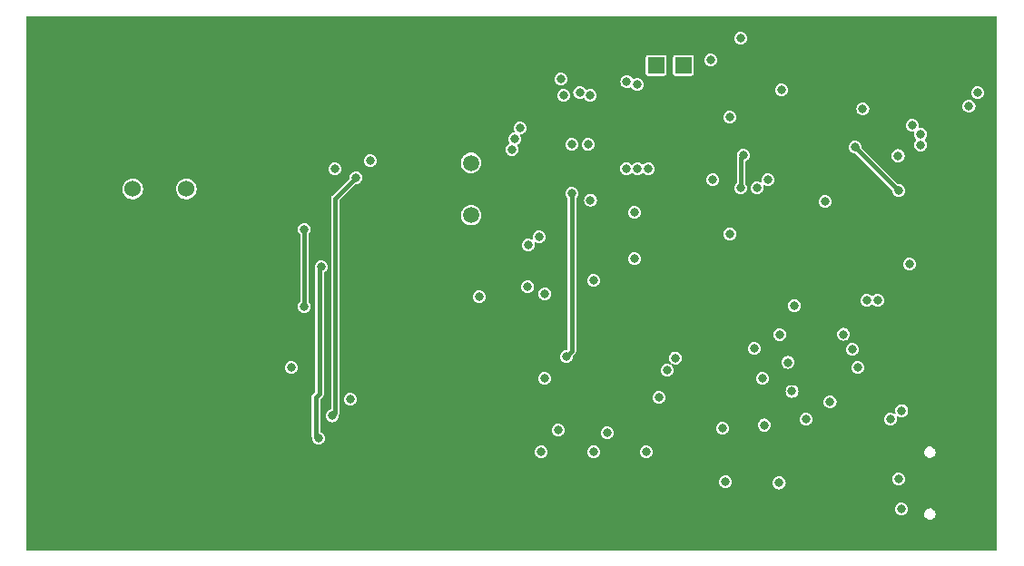
<source format=gbr>
%TF.GenerationSoftware,KiCad,Pcbnew,6.0.4-6f826c9f35~116~ubuntu20.04.1*%
%TF.CreationDate,2022-05-23T14:27:53+00:00*%
%TF.ProjectId,USTSIPIN02A,55535453-4950-4494-9e30-32412e6b6963,02A*%
%TF.SameCoordinates,Original*%
%TF.FileFunction,Copper,L2,Inr*%
%TF.FilePolarity,Positive*%
%FSLAX46Y46*%
G04 Gerber Fmt 4.6, Leading zero omitted, Abs format (unit mm)*
G04 Created by KiCad (PCBNEW 6.0.4-6f826c9f35~116~ubuntu20.04.1) date 2022-05-23 14:27:53*
%MOMM*%
%LPD*%
G01*
G04 APERTURE LIST*
%TA.AperFunction,ComponentPad*%
%ADD10C,6.000000*%
%TD*%
%TA.AperFunction,ComponentPad*%
%ADD11C,1.524000*%
%TD*%
%TA.AperFunction,ComponentPad*%
%ADD12C,1.500000*%
%TD*%
%TA.AperFunction,ComponentPad*%
%ADD13R,1.524000X1.524000*%
%TD*%
%TA.AperFunction,ComponentPad*%
%ADD14O,2.000000X1.000000*%
%TD*%
%TA.AperFunction,ComponentPad*%
%ADD15O,2.100000X1.050000*%
%TD*%
%TA.AperFunction,ViaPad*%
%ADD16C,0.800000*%
%TD*%
%TA.AperFunction,Conductor*%
%ADD17C,0.400000*%
%TD*%
G04 APERTURE END LIST*
D10*
%TO.N,GND*%
%TO.C,M2*%
X174972341Y-78676927D03*
%TD*%
%TO.N,GND*%
%TO.C,M3*%
X103852341Y-78676927D03*
%TD*%
%TO.N,GND*%
%TO.C,M4*%
X103852341Y-119316927D03*
%TD*%
D11*
%TO.N,/K*%
%TO.C,D2*%
X114132341Y-90206927D03*
%TO.N,/A*%
X109132341Y-90206927D03*
%TD*%
D10*
%TO.N,GND*%
%TO.C,M1*%
X174972341Y-119316927D03*
%TD*%
D12*
%TO.N,Net-(C30-Pad1)*%
%TO.C,Y1*%
X140682341Y-92646927D03*
%TO.N,Net-(C33-Pad1)*%
X140682341Y-87766927D03*
%TD*%
D13*
%TO.N,/cpu/PC4*%
%TO.C,J6*%
X160494341Y-78676927D03*
%TD*%
%TO.N,/cpu/PC3*%
%TO.C,J5*%
X157954341Y-78676927D03*
%TD*%
D14*
%TO.N,GND*%
%TO.C,J4*%
X187164341Y-113334427D03*
X187164341Y-121974427D03*
D15*
X182984341Y-113334427D03*
X182984341Y-121974427D03*
%TD*%
D16*
%TO.N,GND*%
X113504341Y-112052527D03*
X118685941Y-100266927D03*
X118685941Y-98844527D03*
X108932341Y-109918927D03*
X103395141Y-108140927D03*
X103217341Y-105981927D03*
X101947341Y-104711927D03*
X101312341Y-103441927D03*
X101312341Y-102171927D03*
X101312341Y-100266927D03*
X101312341Y-98361927D03*
X101312341Y-96456927D03*
X117060341Y-94475727D03*
X118228741Y-94424927D03*
X119397141Y-94424927D03*
X102836341Y-86042927D03*
X129252341Y-119316927D03*
X125188341Y-92392927D03*
X116044341Y-90614927D03*
X157192341Y-92392927D03*
X111472341Y-78676927D03*
X161002341Y-82232927D03*
X109092341Y-96716927D03*
X178274341Y-115506927D03*
X187926341Y-102552927D03*
X187164341Y-108394927D03*
X147872341Y-98446927D03*
X162780341Y-92392927D03*
X117572341Y-86646927D03*
X147540341Y-82994927D03*
X113910741Y-98844527D03*
X170146341Y-77152927D03*
X123472341Y-102096927D03*
X160494341Y-75628927D03*
X126712341Y-116776927D03*
X155160341Y-101028927D03*
X116298341Y-85280927D03*
X171670341Y-99250927D03*
X111726341Y-108140927D03*
X131538341Y-90868927D03*
X119092341Y-78676927D03*
X121124341Y-85534927D03*
X131792341Y-76136927D03*
X134000000Y-106800000D03*
X150842341Y-88582927D03*
X131792341Y-78676927D03*
X168114341Y-122618927D03*
X141952341Y-114236927D03*
X185640341Y-102552927D03*
X160748341Y-122618927D03*
X122902341Y-85534927D03*
X139412341Y-114236927D03*
X135602341Y-90106927D03*
X184116341Y-109410927D03*
X169384341Y-93662927D03*
X169130341Y-82232927D03*
X151350341Y-122618927D03*
X162272341Y-82232927D03*
X123664341Y-92392927D03*
X185640341Y-110045927D03*
X147032341Y-110426927D03*
X124172341Y-76136927D03*
X104106341Y-91630927D03*
X144746341Y-104076927D03*
X110202341Y-110680927D03*
X102836341Y-89852927D03*
X135348341Y-100774927D03*
X129252341Y-78676927D03*
X121632341Y-78676927D03*
X145762341Y-101790927D03*
X109091798Y-94196362D03*
X149318341Y-76136927D03*
X182719341Y-105600927D03*
X178782341Y-95948927D03*
X164826341Y-116142927D03*
X111472341Y-76136927D03*
X111472341Y-116776927D03*
X106138341Y-105092927D03*
X134332341Y-78676927D03*
X120616341Y-94678927D03*
X129026341Y-116042927D03*
X141444341Y-84264927D03*
X185640341Y-74612927D03*
X176496341Y-90614927D03*
X164050341Y-97726927D03*
X127728341Y-85534927D03*
X155922341Y-110426927D03*
X139412341Y-84264927D03*
X134332341Y-119316927D03*
X131538341Y-107124927D03*
X131792341Y-119316927D03*
X129122341Y-106096927D03*
X107154341Y-111696927D03*
X187164341Y-116522927D03*
X121632341Y-119316927D03*
X133326341Y-104342927D03*
X188434341Y-98488927D03*
X187418341Y-92646927D03*
X168876341Y-75628927D03*
X126712341Y-92392927D03*
X144026341Y-109742927D03*
X102836341Y-87820927D03*
X171924341Y-94170927D03*
X158208341Y-100266927D03*
X137888341Y-95694927D03*
X122140341Y-92392927D03*
X186910341Y-74612927D03*
X151604341Y-75628927D03*
X163796341Y-105854927D03*
X135602341Y-92646927D03*
X171416341Y-103822927D03*
X158462341Y-75628927D03*
X102836341Y-91630927D03*
X119092341Y-116776927D03*
X127474341Y-89852927D03*
X111980341Y-91630927D03*
X121632341Y-116776927D03*
X159986341Y-108902927D03*
X122140341Y-108344127D03*
X121124341Y-91884927D03*
X103758341Y-97478927D03*
X157446341Y-122618927D03*
X135602341Y-85788927D03*
X187164341Y-118046927D03*
X150842341Y-112966927D03*
X113504341Y-104838927D03*
X108932341Y-78676927D03*
X187164341Y-119824927D03*
X113758341Y-103314927D03*
X108076341Y-102304927D03*
X103852341Y-111696927D03*
X135602341Y-91376927D03*
X137226341Y-109942927D03*
X168114341Y-102044927D03*
X109440341Y-92646927D03*
X155922341Y-109156927D03*
X126458341Y-85534927D03*
X179544341Y-92138927D03*
X104106341Y-87820927D03*
X107662341Y-105092927D03*
X105630341Y-91630927D03*
X179544341Y-106870927D03*
X111218341Y-92646927D03*
X127220341Y-95948927D03*
X147286341Y-96456927D03*
X109272341Y-88496927D03*
X131538341Y-94932927D03*
X170146341Y-79184927D03*
X171670341Y-96710927D03*
X135026341Y-115642927D03*
X162272341Y-96456927D03*
X124172341Y-78676927D03*
X131538341Y-103568927D03*
X135602341Y-93916927D03*
X182338341Y-92138927D03*
X126712341Y-78676927D03*
X179925341Y-79057927D03*
X180052341Y-97218927D03*
X187164341Y-115125927D03*
X162526341Y-75628927D03*
X143222341Y-99758927D03*
X162526341Y-110426927D03*
X153382341Y-75628927D03*
X112234341Y-102806927D03*
X124172341Y-116776927D03*
X131538341Y-92900927D03*
X116552341Y-76136927D03*
X120972341Y-107146927D03*
X109440341Y-102431927D03*
X188688341Y-89852927D03*
X114012341Y-116776927D03*
X142968341Y-81724927D03*
X110272341Y-91596927D03*
X156684341Y-75628927D03*
X148302341Y-122618927D03*
X184370341Y-74612927D03*
X114012341Y-78676927D03*
X136872341Y-119316927D03*
X142968341Y-101282927D03*
X141952341Y-119316927D03*
X169384341Y-94932927D03*
X181830341Y-76390927D03*
X118025541Y-108852127D03*
X110997341Y-102431927D03*
X106392341Y-89344927D03*
X126712341Y-119316927D03*
X164326341Y-79042927D03*
X119600341Y-85534927D03*
X140626341Y-109942927D03*
X170654341Y-116395927D03*
X135602341Y-95186927D03*
X114072341Y-88696927D03*
X111726341Y-111696927D03*
X116958741Y-98895327D03*
X104106341Y-86042927D03*
X137380341Y-84010927D03*
X124680341Y-85534927D03*
X155160341Y-75628927D03*
X106646341Y-91630927D03*
X118330341Y-91630927D03*
X171162341Y-114236927D03*
X129252341Y-76136927D03*
X117923941Y-107023327D03*
X148810341Y-96456927D03*
X129172341Y-107146927D03*
X123664341Y-94932927D03*
X111632341Y-100526927D03*
X187164341Y-89852927D03*
X179925341Y-121983927D03*
X105630341Y-111696927D03*
X164304341Y-92392927D03*
X169384341Y-96456927D03*
X108932341Y-76136927D03*
X142714341Y-104076927D03*
X185894341Y-89852927D03*
X130522341Y-90360927D03*
X162780341Y-97726927D03*
X107154341Y-90360927D03*
X179544341Y-104838927D03*
X151858341Y-111696927D03*
X154398341Y-122618927D03*
X181957341Y-79057927D03*
X158716341Y-95186927D03*
X117873141Y-105143727D03*
X189196341Y-74612927D03*
X131284341Y-84772927D03*
X188180341Y-74612927D03*
X115383941Y-98895327D03*
X126712341Y-76136927D03*
X102836341Y-84772927D03*
X112488341Y-93154927D03*
X149318341Y-109664927D03*
X167860341Y-105854927D03*
X121632341Y-76136927D03*
X171672341Y-82246927D03*
X143984341Y-84264927D03*
X164558341Y-75628927D03*
X131538341Y-101282927D03*
X123410341Y-93662927D03*
X103758341Y-98748927D03*
X176750341Y-109156927D03*
X119092341Y-76136927D03*
X155668341Y-90614927D03*
X135348341Y-98996927D03*
X166844341Y-75628927D03*
X109948341Y-108648927D03*
X134332341Y-80962927D03*
X172686341Y-114744927D03*
X124172341Y-119316927D03*
X124172341Y-104330927D03*
X105376341Y-89852927D03*
X109092341Y-95446927D03*
X135348341Y-102806927D03*
X136872341Y-114236927D03*
X139412341Y-119316927D03*
X158716341Y-97472927D03*
X114012341Y-76136927D03*
X122394341Y-102096927D03*
X149318341Y-77914927D03*
X188434341Y-108394927D03*
X144492341Y-111696927D03*
X104106341Y-84772927D03*
X180814341Y-92138927D03*
X137634341Y-98996927D03*
X116552341Y-78676927D03*
X106138341Y-93154927D03*
X109092341Y-98621927D03*
X122140341Y-110122127D03*
X134332341Y-76136927D03*
X162272341Y-95440927D03*
X102582341Y-93916927D03*
X122172341Y-106846927D03*
X175734341Y-99250927D03*
X167352341Y-111188927D03*
X116552341Y-116776927D03*
X180179341Y-76390927D03*
X189196341Y-102552927D03*
X117822341Y-85534927D03*
X175734341Y-100774927D03*
X104106341Y-89852927D03*
X157446341Y-97472927D03*
X162526341Y-112204927D03*
X115022341Y-85996927D03*
X113250341Y-108140927D03*
X127026341Y-110542927D03*
X164304341Y-122618927D03*
%TO.N,Net-(R13-Pad2)*%
X125137541Y-93967727D03*
X125137541Y-101181327D03*
%TO.N,/cpu/RST#_P*%
X141444341Y-100266927D03*
%TO.N,/cpu/PC0*%
X181830341Y-84271429D03*
X155210877Y-80196305D03*
X167352341Y-90106927D03*
X159732341Y-105981927D03*
%TO.N,/cpu/PC1*%
X158970341Y-107124927D03*
X156176341Y-80454927D03*
X166082341Y-87058927D03*
X180517758Y-87101510D03*
X165828341Y-90106927D03*
%TO.N,/cpu/PB5*%
X147032341Y-94678927D03*
%TO.N,/cpu/PB7*%
X146016341Y-95440927D03*
%TO.N,/cpu/PB6*%
X149572341Y-105854927D03*
X150080341Y-90614927D03*
%TO.N,+3V3*%
X169638341Y-80962927D03*
X167860341Y-107886927D03*
X147540341Y-107886927D03*
X176242341Y-105187427D03*
X170622341Y-109096927D03*
%TO.N,+5V*%
X151604341Y-86042938D03*
X173702341Y-91376927D03*
X127982341Y-88328927D03*
%TO.N,PA1*%
X155922341Y-92392927D03*
X126458341Y-113474927D03*
X126712341Y-97472927D03*
%TO.N,PA0*%
X129426341Y-109842927D03*
X155922341Y-96710927D03*
%TO.N,Vin*%
X169472341Y-103796927D03*
X167098341Y-105092927D03*
X170842341Y-101094927D03*
%TO.N,PB0*%
X123918341Y-106870927D03*
X152112341Y-98742927D03*
%TO.N,POWER_ANALOG_3V3*%
X149064341Y-79946927D03*
X176496341Y-86296927D03*
X163034341Y-78168927D03*
X131284341Y-87566927D03*
X180569341Y-90369927D03*
X129963541Y-89141727D03*
X164812341Y-83502927D03*
X127741341Y-111379127D03*
%TO.N,/cpu/SD_VDD*%
X147577841Y-100006197D03*
%TO.N,Net-(D3-Pad1)*%
X169426341Y-117642927D03*
%TO.N,Net-(D4-Pad1)*%
X164426341Y-117542927D03*
%TO.N,/cpu/TIMEPULSE*%
X187926341Y-81216927D03*
X163229841Y-89344927D03*
X150080341Y-86042927D03*
X168368341Y-89344927D03*
%TO.N,Net-(D7-Pad1)*%
X147226341Y-114742927D03*
%TO.N,/cpu/EXTINT*%
X187126841Y-82486927D03*
X150821632Y-81211358D03*
%TO.N,/cpu/GEO_STAT*%
X177222341Y-82746927D03*
X151786841Y-81470927D03*
%TO.N,/cpu/TX1*%
X149318341Y-81470927D03*
X182629841Y-85100862D03*
%TO.N,/cpu/RX1*%
X145254341Y-84518927D03*
X182629841Y-86100365D03*
%TO.N,Net-(D8-Pad1)*%
X157026341Y-114742927D03*
%TO.N,/power/D+*%
X180560341Y-117284927D03*
X179798341Y-111696927D03*
%TO.N,/power/RXLED{slash}CBUS1*%
X164126341Y-112542927D03*
X170222341Y-106396927D03*
%TO.N,/power/TXLED{slash}CBUS2*%
X168026341Y-112242927D03*
X174172841Y-110097916D03*
%TO.N,/cpu/PB4*%
X151826341Y-91242927D03*
%TO.N,Net-(D9-Pad1)*%
X152126341Y-114742927D03*
%TO.N,RST#*%
X145972341Y-99346927D03*
X175432976Y-103775562D03*
%TO.N,Net-(D10-Pad1)*%
X165826341Y-76142927D03*
%TO.N,/power/VBUS*%
X171924341Y-111696927D03*
X180855860Y-110893408D03*
X180814341Y-120078927D03*
X181576341Y-97218927D03*
%TO.N,RX0*%
X144492341Y-86531427D03*
X177587677Y-100596263D03*
%TO.N,TX0*%
X144746341Y-85534927D03*
X178607976Y-100600562D03*
X176750341Y-106870927D03*
%TO.N,/cpu/PC5_D1*%
X148810341Y-112712927D03*
X155172341Y-88296927D03*
%TO.N,/cpu/PC7_D3*%
X158208341Y-109664927D03*
X157213344Y-88328927D03*
%TO.N,/cpu/PC6_D2*%
X153382341Y-112966927D03*
X156213841Y-88328927D03*
%TO.N,Net-(BT1-Pad1)*%
X164825341Y-94411927D03*
%TD*%
D17*
%TO.N,Net-(R13-Pad2)*%
X125137541Y-101181327D02*
X125137541Y-93967727D01*
%TO.N,/cpu/PC1*%
X165873841Y-90061427D02*
X165873841Y-87267427D01*
X165873841Y-87267427D02*
X166082341Y-87058927D01*
X165828341Y-90106927D02*
X165873841Y-90061427D01*
%TO.N,/cpu/PB6*%
X149572341Y-105854927D02*
X150080341Y-105346927D01*
X150080341Y-105346927D02*
X150080341Y-90614927D01*
%TO.N,PA1*%
X126572341Y-97612927D02*
X126572341Y-109296927D01*
X126204341Y-113220927D02*
X126458341Y-113474927D01*
X126712341Y-97472927D02*
X126572341Y-97612927D01*
X126204341Y-109664927D02*
X126204341Y-113220927D01*
X126572341Y-109296927D02*
X126204341Y-109664927D01*
%TO.N,POWER_ANALOG_3V3*%
X180569341Y-90369927D02*
X176496341Y-86296927D01*
X127741341Y-111379127D02*
X128022341Y-111098127D01*
X128022341Y-111098127D02*
X128022341Y-91082927D01*
X128022341Y-91082927D02*
X129963541Y-89141727D01*
%TD*%
%TA.AperFunction,Conductor*%
%TO.N,GND*%
G36*
X189717032Y-74070334D02*
G01*
X189752996Y-74119834D01*
X189757841Y-74150427D01*
X189757841Y-123843427D01*
X189738934Y-123901618D01*
X189689434Y-123937582D01*
X189658841Y-123942427D01*
X99325841Y-123942427D01*
X99267650Y-123923520D01*
X99231686Y-123874020D01*
X99226841Y-123843427D01*
X99226841Y-120078927D01*
X180208659Y-120078927D01*
X180229297Y-120235689D01*
X180289805Y-120381768D01*
X180386059Y-120507209D01*
X180511500Y-120603463D01*
X180657579Y-120663971D01*
X180814341Y-120684609D01*
X180971103Y-120663971D01*
X181117182Y-120603463D01*
X181150713Y-120577734D01*
X182954947Y-120577734D01*
X182956281Y-120584349D01*
X182956281Y-120584351D01*
X182971834Y-120661487D01*
X182983405Y-120718871D01*
X183048770Y-120847157D01*
X183053333Y-120852120D01*
X183053335Y-120852122D01*
X183099237Y-120902040D01*
X183146225Y-120953139D01*
X183268591Y-121029009D01*
X183406853Y-121069178D01*
X183412023Y-121069558D01*
X183412025Y-121069558D01*
X183415252Y-121069795D01*
X183415259Y-121069795D01*
X183417053Y-121069927D01*
X183520411Y-121069927D01*
X183626987Y-121055328D01*
X183633173Y-121052651D01*
X183633177Y-121052650D01*
X183752936Y-121000825D01*
X183752937Y-121000824D01*
X183759124Y-120998147D01*
X183814705Y-120953139D01*
X183865774Y-120911784D01*
X183865775Y-120911783D01*
X183871016Y-120907539D01*
X183954420Y-120790178D01*
X183956704Y-120783833D01*
X183956706Y-120783830D01*
X183992732Y-120683762D01*
X184003191Y-120654712D01*
X184006772Y-120605946D01*
X184013241Y-120517854D01*
X184013241Y-120517850D01*
X184013735Y-120511120D01*
X184011908Y-120502056D01*
X183986610Y-120376594D01*
X183985277Y-120369983D01*
X183919912Y-120241697D01*
X183915349Y-120236734D01*
X183915347Y-120236732D01*
X183827025Y-120140683D01*
X183822457Y-120135715D01*
X183700091Y-120059845D01*
X183561829Y-120019676D01*
X183556659Y-120019296D01*
X183556657Y-120019296D01*
X183553430Y-120019059D01*
X183553423Y-120019059D01*
X183551629Y-120018927D01*
X183448271Y-120018927D01*
X183341695Y-120033526D01*
X183335509Y-120036203D01*
X183335505Y-120036204D01*
X183215746Y-120088029D01*
X183209558Y-120090707D01*
X183204319Y-120094949D01*
X183204318Y-120094950D01*
X183102908Y-120177070D01*
X183097666Y-120181315D01*
X183093758Y-120186814D01*
X183054763Y-120241686D01*
X183014262Y-120298676D01*
X183011978Y-120305021D01*
X183011976Y-120305024D01*
X182990753Y-120363975D01*
X182965491Y-120434142D01*
X182964997Y-120440874D01*
X182964996Y-120440877D01*
X182960126Y-120507209D01*
X182954947Y-120577734D01*
X181150713Y-120577734D01*
X181242623Y-120507209D01*
X181338877Y-120381768D01*
X181399385Y-120235689D01*
X181420023Y-120078927D01*
X181399385Y-119922165D01*
X181338877Y-119776086D01*
X181242623Y-119650645D01*
X181117182Y-119554391D01*
X180971103Y-119493883D01*
X180814341Y-119473245D01*
X180657579Y-119493883D01*
X180511500Y-119554391D01*
X180386059Y-119650645D01*
X180289805Y-119776086D01*
X180229297Y-119922165D01*
X180208659Y-120078927D01*
X99226841Y-120078927D01*
X99226841Y-117542927D01*
X163820659Y-117542927D01*
X163841297Y-117699689D01*
X163901805Y-117845768D01*
X163998059Y-117971209D01*
X164123500Y-118067463D01*
X164269579Y-118127971D01*
X164426341Y-118148609D01*
X164583103Y-118127971D01*
X164729182Y-118067463D01*
X164854623Y-117971209D01*
X164950877Y-117845768D01*
X165011385Y-117699689D01*
X165018858Y-117642927D01*
X168820659Y-117642927D01*
X168841297Y-117799689D01*
X168843781Y-117805686D01*
X168846374Y-117811946D01*
X168901805Y-117945768D01*
X168998059Y-118071209D01*
X169123500Y-118167463D01*
X169269579Y-118227971D01*
X169426341Y-118248609D01*
X169583103Y-118227971D01*
X169729182Y-118167463D01*
X169854623Y-118071209D01*
X169950877Y-117945768D01*
X170006308Y-117811946D01*
X170008901Y-117805686D01*
X170011385Y-117799689D01*
X170032023Y-117642927D01*
X170011385Y-117486165D01*
X169950877Y-117340086D01*
X169908552Y-117284927D01*
X179954659Y-117284927D01*
X179975297Y-117441689D01*
X180035805Y-117587768D01*
X180132059Y-117713209D01*
X180257500Y-117809463D01*
X180403579Y-117869971D01*
X180560341Y-117890609D01*
X180717103Y-117869971D01*
X180863182Y-117809463D01*
X180988623Y-117713209D01*
X181084877Y-117587768D01*
X181145385Y-117441689D01*
X181166023Y-117284927D01*
X181145385Y-117128165D01*
X181141337Y-117118391D01*
X181107725Y-117037245D01*
X181084877Y-116982086D01*
X180988623Y-116856645D01*
X180863182Y-116760391D01*
X180717103Y-116699883D01*
X180560341Y-116679245D01*
X180403579Y-116699883D01*
X180257500Y-116760391D01*
X180132059Y-116856645D01*
X180035805Y-116982086D01*
X180012957Y-117037245D01*
X179979346Y-117118391D01*
X179975297Y-117128165D01*
X179954659Y-117284927D01*
X169908552Y-117284927D01*
X169854623Y-117214645D01*
X169729182Y-117118391D01*
X169583103Y-117057883D01*
X169426341Y-117037245D01*
X169269579Y-117057883D01*
X169123500Y-117118391D01*
X168998059Y-117214645D01*
X168901805Y-117340086D01*
X168841297Y-117486165D01*
X168820659Y-117642927D01*
X165018858Y-117642927D01*
X165032023Y-117542927D01*
X165011385Y-117386165D01*
X164950877Y-117240086D01*
X164854623Y-117114645D01*
X164729182Y-117018391D01*
X164583103Y-116957883D01*
X164426341Y-116937245D01*
X164269579Y-116957883D01*
X164123500Y-117018391D01*
X163998059Y-117114645D01*
X163901805Y-117240086D01*
X163841297Y-117386165D01*
X163820659Y-117542927D01*
X99226841Y-117542927D01*
X99226841Y-114742927D01*
X146620659Y-114742927D01*
X146641297Y-114899689D01*
X146701805Y-115045768D01*
X146798059Y-115171209D01*
X146923500Y-115267463D01*
X147069579Y-115327971D01*
X147226341Y-115348609D01*
X147383103Y-115327971D01*
X147529182Y-115267463D01*
X147654623Y-115171209D01*
X147750877Y-115045768D01*
X147811385Y-114899689D01*
X147832023Y-114742927D01*
X151520659Y-114742927D01*
X151541297Y-114899689D01*
X151601805Y-115045768D01*
X151698059Y-115171209D01*
X151823500Y-115267463D01*
X151969579Y-115327971D01*
X152126341Y-115348609D01*
X152283103Y-115327971D01*
X152429182Y-115267463D01*
X152554623Y-115171209D01*
X152650877Y-115045768D01*
X152711385Y-114899689D01*
X152732023Y-114742927D01*
X156420659Y-114742927D01*
X156441297Y-114899689D01*
X156501805Y-115045768D01*
X156598059Y-115171209D01*
X156723500Y-115267463D01*
X156869579Y-115327971D01*
X157026341Y-115348609D01*
X157183103Y-115327971D01*
X157329182Y-115267463D01*
X157454623Y-115171209D01*
X157550877Y-115045768D01*
X157611385Y-114899689D01*
X157624808Y-114797734D01*
X182954947Y-114797734D01*
X182956281Y-114804349D01*
X182956281Y-114804351D01*
X182974207Y-114893253D01*
X182983405Y-114938871D01*
X183048770Y-115067157D01*
X183053333Y-115072120D01*
X183053335Y-115072122D01*
X183099237Y-115122040D01*
X183146225Y-115173139D01*
X183268591Y-115249009D01*
X183406853Y-115289178D01*
X183412023Y-115289558D01*
X183412025Y-115289558D01*
X183415252Y-115289795D01*
X183415259Y-115289795D01*
X183417053Y-115289927D01*
X183520411Y-115289927D01*
X183626987Y-115275328D01*
X183633173Y-115272651D01*
X183633177Y-115272650D01*
X183752936Y-115220825D01*
X183752937Y-115220824D01*
X183759124Y-115218147D01*
X183814705Y-115173139D01*
X183865774Y-115131784D01*
X183865775Y-115131783D01*
X183871016Y-115127539D01*
X183918198Y-115061147D01*
X183950513Y-115015676D01*
X183950514Y-115015675D01*
X183954420Y-115010178D01*
X183956704Y-115003833D01*
X183956706Y-115003830D01*
X183982472Y-114932260D01*
X184003191Y-114874712D01*
X184013735Y-114731120D01*
X183996933Y-114647788D01*
X183986610Y-114596594D01*
X183985277Y-114589983D01*
X183919912Y-114461697D01*
X183915349Y-114456734D01*
X183915347Y-114456732D01*
X183827025Y-114360683D01*
X183822457Y-114355715D01*
X183700091Y-114279845D01*
X183561829Y-114239676D01*
X183556659Y-114239296D01*
X183556657Y-114239296D01*
X183553430Y-114239059D01*
X183553423Y-114239059D01*
X183551629Y-114238927D01*
X183448271Y-114238927D01*
X183341695Y-114253526D01*
X183335509Y-114256203D01*
X183335505Y-114256204D01*
X183215746Y-114308029D01*
X183209558Y-114310707D01*
X183204319Y-114314949D01*
X183204318Y-114314950D01*
X183102908Y-114397070D01*
X183097666Y-114401315D01*
X183093758Y-114406814D01*
X183065853Y-114446081D01*
X183014262Y-114518676D01*
X183011978Y-114525021D01*
X183011976Y-114525024D01*
X182992123Y-114580168D01*
X182965491Y-114654142D01*
X182964997Y-114660874D01*
X182964996Y-114660877D01*
X182959444Y-114736493D01*
X182954947Y-114797734D01*
X157624808Y-114797734D01*
X157632023Y-114742927D01*
X157611385Y-114586165D01*
X157550877Y-114440086D01*
X157454623Y-114314645D01*
X157329182Y-114218391D01*
X157183103Y-114157883D01*
X157026341Y-114137245D01*
X156869579Y-114157883D01*
X156723500Y-114218391D01*
X156598059Y-114314645D01*
X156501805Y-114440086D01*
X156441297Y-114586165D01*
X156420659Y-114742927D01*
X152732023Y-114742927D01*
X152711385Y-114586165D01*
X152650877Y-114440086D01*
X152554623Y-114314645D01*
X152429182Y-114218391D01*
X152283103Y-114157883D01*
X152126341Y-114137245D01*
X151969579Y-114157883D01*
X151823500Y-114218391D01*
X151698059Y-114314645D01*
X151601805Y-114440086D01*
X151541297Y-114586165D01*
X151520659Y-114742927D01*
X147832023Y-114742927D01*
X147811385Y-114586165D01*
X147750877Y-114440086D01*
X147654623Y-114314645D01*
X147529182Y-114218391D01*
X147383103Y-114157883D01*
X147226341Y-114137245D01*
X147069579Y-114157883D01*
X146923500Y-114218391D01*
X146798059Y-114314645D01*
X146701805Y-114440086D01*
X146641297Y-114586165D01*
X146620659Y-114742927D01*
X99226841Y-114742927D01*
X99226841Y-113284360D01*
X125803841Y-113284360D01*
X125811296Y-113307302D01*
X125814922Y-113322408D01*
X125818695Y-113346231D01*
X125829646Y-113367724D01*
X125835589Y-113382070D01*
X125843045Y-113405017D01*
X125844759Y-113407377D01*
X125854267Y-113462707D01*
X125853506Y-113468489D01*
X125853506Y-113468493D01*
X125852659Y-113474927D01*
X125873297Y-113631689D01*
X125933805Y-113777768D01*
X126030059Y-113903209D01*
X126155500Y-113999463D01*
X126301579Y-114059971D01*
X126458341Y-114080609D01*
X126615103Y-114059971D01*
X126761182Y-113999463D01*
X126886623Y-113903209D01*
X126982877Y-113777768D01*
X127043385Y-113631689D01*
X127064023Y-113474927D01*
X127043385Y-113318165D01*
X126982877Y-113172086D01*
X126886623Y-113046645D01*
X126761182Y-112950391D01*
X126755191Y-112947909D01*
X126755185Y-112947906D01*
X126665956Y-112910947D01*
X126619430Y-112871211D01*
X126604841Y-112819483D01*
X126604841Y-112712927D01*
X148204659Y-112712927D01*
X148225297Y-112869689D01*
X148285805Y-113015768D01*
X148382059Y-113141209D01*
X148507500Y-113237463D01*
X148653579Y-113297971D01*
X148810341Y-113318609D01*
X148967103Y-113297971D01*
X149113182Y-113237463D01*
X149238623Y-113141209D01*
X149334877Y-113015768D01*
X149355108Y-112966927D01*
X152776659Y-112966927D01*
X152797297Y-113123689D01*
X152857805Y-113269768D01*
X152954059Y-113395209D01*
X153079500Y-113491463D01*
X153225579Y-113551971D01*
X153382341Y-113572609D01*
X153539103Y-113551971D01*
X153685182Y-113491463D01*
X153810623Y-113395209D01*
X153906877Y-113269768D01*
X153967385Y-113123689D01*
X153988023Y-112966927D01*
X153967385Y-112810165D01*
X153906877Y-112664086D01*
X153813909Y-112542927D01*
X163520659Y-112542927D01*
X163541297Y-112699689D01*
X163601805Y-112845768D01*
X163698059Y-112971209D01*
X163823500Y-113067463D01*
X163941295Y-113116256D01*
X163943704Y-113117253D01*
X163969579Y-113127971D01*
X164126341Y-113148609D01*
X164283103Y-113127971D01*
X164308979Y-113117253D01*
X164311387Y-113116256D01*
X164429182Y-113067463D01*
X164554623Y-112971209D01*
X164650877Y-112845768D01*
X164711385Y-112699689D01*
X164732023Y-112542927D01*
X164711385Y-112386165D01*
X164652054Y-112242927D01*
X167420659Y-112242927D01*
X167441297Y-112399689D01*
X167501805Y-112545768D01*
X167598059Y-112671209D01*
X167723500Y-112767463D01*
X167869579Y-112827971D01*
X168026341Y-112848609D01*
X168183103Y-112827971D01*
X168329182Y-112767463D01*
X168454623Y-112671209D01*
X168550877Y-112545768D01*
X168611385Y-112399689D01*
X168632023Y-112242927D01*
X168611385Y-112086165D01*
X168550877Y-111940086D01*
X168454623Y-111814645D01*
X168329182Y-111718391D01*
X168277363Y-111696927D01*
X171318659Y-111696927D01*
X171339297Y-111853689D01*
X171399805Y-111999768D01*
X171496059Y-112125209D01*
X171621500Y-112221463D01*
X171767579Y-112281971D01*
X171924341Y-112302609D01*
X172081103Y-112281971D01*
X172227182Y-112221463D01*
X172352623Y-112125209D01*
X172448877Y-111999768D01*
X172509385Y-111853689D01*
X172530023Y-111696927D01*
X179192659Y-111696927D01*
X179213297Y-111853689D01*
X179273805Y-111999768D01*
X179370059Y-112125209D01*
X179495500Y-112221463D01*
X179641579Y-112281971D01*
X179798341Y-112302609D01*
X179955103Y-112281971D01*
X180101182Y-112221463D01*
X180226623Y-112125209D01*
X180322877Y-111999768D01*
X180383385Y-111853689D01*
X180404023Y-111696927D01*
X180402732Y-111687117D01*
X180384232Y-111546601D01*
X180383385Y-111540165D01*
X180371526Y-111511535D01*
X180366725Y-111450538D01*
X180398694Y-111398369D01*
X180455222Y-111374954D01*
X180514717Y-111389238D01*
X180523257Y-111395107D01*
X180553019Y-111417944D01*
X180699098Y-111478452D01*
X180855860Y-111499090D01*
X181012622Y-111478452D01*
X181158701Y-111417944D01*
X181284142Y-111321690D01*
X181380396Y-111196249D01*
X181440904Y-111050170D01*
X181461542Y-110893408D01*
X181440904Y-110736646D01*
X181380396Y-110590567D01*
X181284142Y-110465126D01*
X181158701Y-110368872D01*
X181012622Y-110308364D01*
X180855860Y-110287726D01*
X180699098Y-110308364D01*
X180553019Y-110368872D01*
X180427578Y-110465126D01*
X180331324Y-110590567D01*
X180270816Y-110736646D01*
X180250178Y-110893408D01*
X180270816Y-111050170D01*
X180273300Y-111056167D01*
X180282675Y-111078800D01*
X180287476Y-111139797D01*
X180255507Y-111191966D01*
X180198979Y-111215381D01*
X180139484Y-111201097D01*
X180130944Y-111195228D01*
X180106331Y-111176342D01*
X180101182Y-111172391D01*
X179955103Y-111111883D01*
X179798341Y-111091245D01*
X179641579Y-111111883D01*
X179495500Y-111172391D01*
X179370059Y-111268645D01*
X179273805Y-111394086D01*
X179213297Y-111540165D01*
X179212450Y-111546601D01*
X179193951Y-111687117D01*
X179192659Y-111696927D01*
X172530023Y-111696927D01*
X172528732Y-111687117D01*
X172510232Y-111546601D01*
X172509385Y-111540165D01*
X172448877Y-111394086D01*
X172352623Y-111268645D01*
X172227182Y-111172391D01*
X172081103Y-111111883D01*
X171924341Y-111091245D01*
X171767579Y-111111883D01*
X171621500Y-111172391D01*
X171496059Y-111268645D01*
X171399805Y-111394086D01*
X171339297Y-111540165D01*
X171338450Y-111546601D01*
X171319951Y-111687117D01*
X171318659Y-111696927D01*
X168277363Y-111696927D01*
X168183103Y-111657883D01*
X168026341Y-111637245D01*
X167869579Y-111657883D01*
X167723500Y-111718391D01*
X167598059Y-111814645D01*
X167501805Y-111940086D01*
X167441297Y-112086165D01*
X167420659Y-112242927D01*
X164652054Y-112242927D01*
X164650877Y-112240086D01*
X164554623Y-112114645D01*
X164429182Y-112018391D01*
X164283103Y-111957883D01*
X164126341Y-111937245D01*
X163969579Y-111957883D01*
X163823500Y-112018391D01*
X163698059Y-112114645D01*
X163601805Y-112240086D01*
X163541297Y-112386165D01*
X163520659Y-112542927D01*
X153813909Y-112542927D01*
X153810623Y-112538645D01*
X153685182Y-112442391D01*
X153566553Y-112393253D01*
X153545100Y-112384367D01*
X153539103Y-112381883D01*
X153382341Y-112361245D01*
X153225579Y-112381883D01*
X153219582Y-112384367D01*
X153198129Y-112393253D01*
X153079500Y-112442391D01*
X152954059Y-112538645D01*
X152857805Y-112664086D01*
X152797297Y-112810165D01*
X152776659Y-112966927D01*
X149355108Y-112966927D01*
X149395385Y-112869689D01*
X149416023Y-112712927D01*
X149395385Y-112556165D01*
X149334877Y-112410086D01*
X149238623Y-112284645D01*
X149113182Y-112188391D01*
X148967103Y-112127883D01*
X148810341Y-112107245D01*
X148653579Y-112127883D01*
X148507500Y-112188391D01*
X148382059Y-112284645D01*
X148285805Y-112410086D01*
X148225297Y-112556165D01*
X148204659Y-112712927D01*
X126604841Y-112712927D01*
X126604841Y-111379127D01*
X127135659Y-111379127D01*
X127136506Y-111385561D01*
X127136990Y-111389238D01*
X127156297Y-111535889D01*
X127216805Y-111681968D01*
X127313059Y-111807409D01*
X127438500Y-111903663D01*
X127584579Y-111964171D01*
X127741341Y-111984809D01*
X127898103Y-111964171D01*
X128044182Y-111903663D01*
X128169623Y-111807409D01*
X128265877Y-111681968D01*
X128326385Y-111535889D01*
X128345692Y-111389238D01*
X128346176Y-111385561D01*
X128347023Y-111379127D01*
X128346176Y-111372693D01*
X128346176Y-111368509D01*
X128356963Y-111323570D01*
X128357921Y-111321690D01*
X128361341Y-111314977D01*
X128369458Y-111301732D01*
X128379056Y-111288522D01*
X128383637Y-111282217D01*
X128391093Y-111259270D01*
X128397036Y-111244924D01*
X128407987Y-111223431D01*
X128411477Y-111201398D01*
X128411760Y-111199608D01*
X128415386Y-111184502D01*
X128422841Y-111161560D01*
X128422841Y-109842927D01*
X128820659Y-109842927D01*
X128841297Y-109999689D01*
X128901805Y-110145768D01*
X128998059Y-110271209D01*
X129123500Y-110367463D01*
X129269579Y-110427971D01*
X129426341Y-110448609D01*
X129583103Y-110427971D01*
X129729182Y-110367463D01*
X129854623Y-110271209D01*
X129950877Y-110145768D01*
X130011385Y-109999689D01*
X130032023Y-109842927D01*
X130030017Y-109827686D01*
X130012232Y-109692601D01*
X130011385Y-109686165D01*
X130002588Y-109664927D01*
X157602659Y-109664927D01*
X157603506Y-109671361D01*
X157604903Y-109681971D01*
X157623297Y-109821689D01*
X157683805Y-109967768D01*
X157780059Y-110093209D01*
X157905500Y-110189463D01*
X158051579Y-110249971D01*
X158208341Y-110270609D01*
X158365103Y-110249971D01*
X158511182Y-110189463D01*
X158630489Y-110097916D01*
X173567159Y-110097916D01*
X173587797Y-110254678D01*
X173648305Y-110400757D01*
X173744559Y-110526198D01*
X173870000Y-110622452D01*
X174016079Y-110682960D01*
X174172841Y-110703598D01*
X174329603Y-110682960D01*
X174475682Y-110622452D01*
X174601123Y-110526198D01*
X174697377Y-110400757D01*
X174757885Y-110254678D01*
X174778523Y-110097916D01*
X174757885Y-109941154D01*
X174697377Y-109795075D01*
X174601123Y-109669634D01*
X174475682Y-109573380D01*
X174329603Y-109512872D01*
X174172841Y-109492234D01*
X174016079Y-109512872D01*
X173870000Y-109573380D01*
X173744559Y-109669634D01*
X173648305Y-109795075D01*
X173587797Y-109941154D01*
X173567159Y-110097916D01*
X158630489Y-110097916D01*
X158636623Y-110093209D01*
X158732877Y-109967768D01*
X158793385Y-109821689D01*
X158811779Y-109681971D01*
X158813176Y-109671361D01*
X158814023Y-109664927D01*
X158793385Y-109508165D01*
X158782140Y-109481016D01*
X158771371Y-109455018D01*
X158732877Y-109362086D01*
X158636623Y-109236645D01*
X158511182Y-109140391D01*
X158406251Y-109096927D01*
X170016659Y-109096927D01*
X170037297Y-109253689D01*
X170097805Y-109399768D01*
X170194059Y-109525209D01*
X170319500Y-109621463D01*
X170465579Y-109681971D01*
X170622341Y-109702609D01*
X170779103Y-109681971D01*
X170925182Y-109621463D01*
X171050623Y-109525209D01*
X171146877Y-109399768D01*
X171207385Y-109253689D01*
X171228023Y-109096927D01*
X171227115Y-109090026D01*
X171208232Y-108946601D01*
X171207385Y-108940165D01*
X171146877Y-108794086D01*
X171050623Y-108668645D01*
X170925182Y-108572391D01*
X170779103Y-108511883D01*
X170622341Y-108491245D01*
X170465579Y-108511883D01*
X170319500Y-108572391D01*
X170194059Y-108668645D01*
X170097805Y-108794086D01*
X170037297Y-108940165D01*
X170036450Y-108946601D01*
X170017568Y-109090026D01*
X170016659Y-109096927D01*
X158406251Y-109096927D01*
X158365103Y-109079883D01*
X158208341Y-109059245D01*
X158051579Y-109079883D01*
X157905500Y-109140391D01*
X157780059Y-109236645D01*
X157683805Y-109362086D01*
X157645311Y-109455018D01*
X157634543Y-109481016D01*
X157623297Y-109508165D01*
X157602659Y-109664927D01*
X130002588Y-109664927D01*
X129950877Y-109540086D01*
X129854623Y-109414645D01*
X129729182Y-109318391D01*
X129583103Y-109257883D01*
X129426341Y-109237245D01*
X129269579Y-109257883D01*
X129123500Y-109318391D01*
X128998059Y-109414645D01*
X128901805Y-109540086D01*
X128841297Y-109686165D01*
X128840450Y-109692601D01*
X128822666Y-109827686D01*
X128820659Y-109842927D01*
X128422841Y-109842927D01*
X128422841Y-107886927D01*
X146934659Y-107886927D01*
X146955297Y-108043689D01*
X147015805Y-108189768D01*
X147112059Y-108315209D01*
X147237500Y-108411463D01*
X147383579Y-108471971D01*
X147540341Y-108492609D01*
X147697103Y-108471971D01*
X147843182Y-108411463D01*
X147968623Y-108315209D01*
X148064877Y-108189768D01*
X148125385Y-108043689D01*
X148146023Y-107886927D01*
X167254659Y-107886927D01*
X167275297Y-108043689D01*
X167335805Y-108189768D01*
X167432059Y-108315209D01*
X167557500Y-108411463D01*
X167703579Y-108471971D01*
X167860341Y-108492609D01*
X168017103Y-108471971D01*
X168163182Y-108411463D01*
X168288623Y-108315209D01*
X168384877Y-108189768D01*
X168445385Y-108043689D01*
X168466023Y-107886927D01*
X168445385Y-107730165D01*
X168384877Y-107584086D01*
X168288623Y-107458645D01*
X168163182Y-107362391D01*
X168017103Y-107301883D01*
X167860341Y-107281245D01*
X167703579Y-107301883D01*
X167557500Y-107362391D01*
X167432059Y-107458645D01*
X167335805Y-107584086D01*
X167275297Y-107730165D01*
X167254659Y-107886927D01*
X148146023Y-107886927D01*
X148125385Y-107730165D01*
X148064877Y-107584086D01*
X147968623Y-107458645D01*
X147843182Y-107362391D01*
X147697103Y-107301883D01*
X147540341Y-107281245D01*
X147383579Y-107301883D01*
X147237500Y-107362391D01*
X147112059Y-107458645D01*
X147015805Y-107584086D01*
X146955297Y-107730165D01*
X146934659Y-107886927D01*
X128422841Y-107886927D01*
X128422841Y-107124927D01*
X158364659Y-107124927D01*
X158385297Y-107281689D01*
X158445805Y-107427768D01*
X158542059Y-107553209D01*
X158667500Y-107649463D01*
X158813579Y-107709971D01*
X158970341Y-107730609D01*
X159127103Y-107709971D01*
X159273182Y-107649463D01*
X159398623Y-107553209D01*
X159494877Y-107427768D01*
X159555385Y-107281689D01*
X159576023Y-107124927D01*
X159555385Y-106968165D01*
X159494877Y-106822086D01*
X159401020Y-106699768D01*
X159398623Y-106696645D01*
X159399380Y-106696064D01*
X159374238Y-106646719D01*
X159383809Y-106586287D01*
X159427074Y-106543022D01*
X159487506Y-106533451D01*
X159509905Y-106539768D01*
X159543513Y-106553689D01*
X159575579Y-106566971D01*
X159732341Y-106587609D01*
X159889103Y-106566971D01*
X160035182Y-106506463D01*
X160160623Y-106410209D01*
X160170815Y-106396927D01*
X169616659Y-106396927D01*
X169637297Y-106553689D01*
X169697805Y-106699768D01*
X169794059Y-106825209D01*
X169919500Y-106921463D01*
X170065579Y-106981971D01*
X170222341Y-107002609D01*
X170379103Y-106981971D01*
X170525182Y-106921463D01*
X170591042Y-106870927D01*
X176144659Y-106870927D01*
X176165297Y-107027689D01*
X176225805Y-107173768D01*
X176322059Y-107299209D01*
X176447500Y-107395463D01*
X176593579Y-107455971D01*
X176750341Y-107476609D01*
X176907103Y-107455971D01*
X177053182Y-107395463D01*
X177178623Y-107299209D01*
X177274877Y-107173768D01*
X177335385Y-107027689D01*
X177356023Y-106870927D01*
X177335385Y-106714165D01*
X177274877Y-106568086D01*
X177178623Y-106442645D01*
X177053182Y-106346391D01*
X176907103Y-106285883D01*
X176750341Y-106265245D01*
X176593579Y-106285883D01*
X176447500Y-106346391D01*
X176322059Y-106442645D01*
X176225805Y-106568086D01*
X176165297Y-106714165D01*
X176144659Y-106870927D01*
X170591042Y-106870927D01*
X170650623Y-106825209D01*
X170746877Y-106699768D01*
X170807385Y-106553689D01*
X170828023Y-106396927D01*
X170807385Y-106240165D01*
X170746877Y-106094086D01*
X170650623Y-105968645D01*
X170525182Y-105872391D01*
X170379103Y-105811883D01*
X170222341Y-105791245D01*
X170065579Y-105811883D01*
X169919500Y-105872391D01*
X169794059Y-105968645D01*
X169697805Y-106094086D01*
X169637297Y-106240165D01*
X169616659Y-106396927D01*
X160170815Y-106396927D01*
X160256877Y-106284768D01*
X160317385Y-106138689D01*
X160338023Y-105981927D01*
X160317385Y-105825165D01*
X160256877Y-105679086D01*
X160160623Y-105553645D01*
X160035182Y-105457391D01*
X159889103Y-105396883D01*
X159757910Y-105379611D01*
X159738775Y-105377092D01*
X159732341Y-105376245D01*
X159725907Y-105377092D01*
X159706772Y-105379611D01*
X159575579Y-105396883D01*
X159429500Y-105457391D01*
X159304059Y-105553645D01*
X159207805Y-105679086D01*
X159147297Y-105825165D01*
X159126659Y-105981927D01*
X159147297Y-106138689D01*
X159207805Y-106284768D01*
X159300925Y-106406124D01*
X159300925Y-106406125D01*
X159304059Y-106410209D01*
X159303302Y-106410790D01*
X159328444Y-106460135D01*
X159318873Y-106520567D01*
X159275608Y-106563832D01*
X159215176Y-106573403D01*
X159192777Y-106567086D01*
X159133100Y-106542367D01*
X159127103Y-106539883D01*
X158970341Y-106519245D01*
X158813579Y-106539883D01*
X158667500Y-106600391D01*
X158542059Y-106696645D01*
X158445805Y-106822086D01*
X158385297Y-106968165D01*
X158364659Y-107124927D01*
X128422841Y-107124927D01*
X128422841Y-105854927D01*
X148966659Y-105854927D01*
X148987297Y-106011689D01*
X149047805Y-106157768D01*
X149144059Y-106283209D01*
X149269500Y-106379463D01*
X149415579Y-106439971D01*
X149572341Y-106460609D01*
X149729103Y-106439971D01*
X149875182Y-106379463D01*
X150000623Y-106283209D01*
X150096877Y-106157768D01*
X150157385Y-106011689D01*
X150178023Y-105854927D01*
X150178019Y-105854897D01*
X150196083Y-105799301D01*
X150206172Y-105787488D01*
X150408391Y-105585269D01*
X150419345Y-105563771D01*
X150427452Y-105550541D01*
X150441637Y-105531017D01*
X150449092Y-105508071D01*
X150455037Y-105493721D01*
X150465987Y-105472231D01*
X150469761Y-105448402D01*
X150473387Y-105433300D01*
X150478433Y-105417770D01*
X150478434Y-105417767D01*
X150480840Y-105410360D01*
X150480840Y-105378452D01*
X150480841Y-105378446D01*
X150480841Y-105092927D01*
X166492659Y-105092927D01*
X166513297Y-105249689D01*
X166573805Y-105395768D01*
X166670059Y-105521209D01*
X166795500Y-105617463D01*
X166941579Y-105677971D01*
X167098341Y-105698609D01*
X167255103Y-105677971D01*
X167401182Y-105617463D01*
X167526623Y-105521209D01*
X167622877Y-105395768D01*
X167683385Y-105249689D01*
X167691582Y-105187427D01*
X175636659Y-105187427D01*
X175657297Y-105344189D01*
X175717805Y-105490268D01*
X175814059Y-105615709D01*
X175939500Y-105711963D01*
X176085579Y-105772471D01*
X176242341Y-105793109D01*
X176399103Y-105772471D01*
X176545182Y-105711963D01*
X176670623Y-105615709D01*
X176766877Y-105490268D01*
X176827385Y-105344189D01*
X176848023Y-105187427D01*
X176827385Y-105030665D01*
X176766877Y-104884586D01*
X176670623Y-104759145D01*
X176545182Y-104662891D01*
X176399103Y-104602383D01*
X176242341Y-104581745D01*
X176085579Y-104602383D01*
X175939500Y-104662891D01*
X175814059Y-104759145D01*
X175717805Y-104884586D01*
X175657297Y-105030665D01*
X175636659Y-105187427D01*
X167691582Y-105187427D01*
X167704023Y-105092927D01*
X167683385Y-104936165D01*
X167622877Y-104790086D01*
X167526623Y-104664645D01*
X167401182Y-104568391D01*
X167255103Y-104507883D01*
X167098341Y-104487245D01*
X166941579Y-104507883D01*
X166795500Y-104568391D01*
X166670059Y-104664645D01*
X166573805Y-104790086D01*
X166513297Y-104936165D01*
X166492659Y-105092927D01*
X150480841Y-105092927D01*
X150480841Y-103796927D01*
X168866659Y-103796927D01*
X168887297Y-103953689D01*
X168947805Y-104099768D01*
X169044059Y-104225209D01*
X169169500Y-104321463D01*
X169315579Y-104381971D01*
X169472341Y-104402609D01*
X169629103Y-104381971D01*
X169775182Y-104321463D01*
X169900623Y-104225209D01*
X169996877Y-104099768D01*
X170057385Y-103953689D01*
X170078023Y-103796927D01*
X170075210Y-103775562D01*
X174827294Y-103775562D01*
X174847932Y-103932324D01*
X174908440Y-104078403D01*
X175004694Y-104203844D01*
X175130135Y-104300098D01*
X175276214Y-104360606D01*
X175432976Y-104381244D01*
X175589738Y-104360606D01*
X175735817Y-104300098D01*
X175861258Y-104203844D01*
X175957512Y-104078403D01*
X176018020Y-103932324D01*
X176038658Y-103775562D01*
X176018020Y-103618800D01*
X175957512Y-103472721D01*
X175861258Y-103347280D01*
X175735817Y-103251026D01*
X175589738Y-103190518D01*
X175432976Y-103169880D01*
X175276214Y-103190518D01*
X175130135Y-103251026D01*
X175004694Y-103347280D01*
X174908440Y-103472721D01*
X174847932Y-103618800D01*
X174827294Y-103775562D01*
X170075210Y-103775562D01*
X170057385Y-103640165D01*
X169996877Y-103494086D01*
X169900623Y-103368645D01*
X169775182Y-103272391D01*
X169629103Y-103211883D01*
X169472341Y-103191245D01*
X169315579Y-103211883D01*
X169169500Y-103272391D01*
X169044059Y-103368645D01*
X168947805Y-103494086D01*
X168887297Y-103640165D01*
X168866659Y-103796927D01*
X150480841Y-103796927D01*
X150480841Y-101094927D01*
X170236659Y-101094927D01*
X170257297Y-101251689D01*
X170317805Y-101397768D01*
X170414059Y-101523209D01*
X170539500Y-101619463D01*
X170685579Y-101679971D01*
X170842341Y-101700609D01*
X170999103Y-101679971D01*
X171145182Y-101619463D01*
X171270623Y-101523209D01*
X171366877Y-101397768D01*
X171427385Y-101251689D01*
X171448023Y-101094927D01*
X171427385Y-100938165D01*
X171366877Y-100792086D01*
X171270623Y-100666645D01*
X171178899Y-100596263D01*
X176981995Y-100596263D01*
X177002633Y-100753025D01*
X177063141Y-100899104D01*
X177159395Y-101024545D01*
X177284836Y-101120799D01*
X177430915Y-101181307D01*
X177587677Y-101201945D01*
X177744439Y-101181307D01*
X177890518Y-101120799D01*
X178015959Y-101024545D01*
X178019913Y-101019392D01*
X178024497Y-101014808D01*
X178026178Y-101016489D01*
X178068064Y-100987704D01*
X178129228Y-100989308D01*
X178170772Y-101019491D01*
X178171156Y-101019107D01*
X178173580Y-101021531D01*
X178174716Y-101022356D01*
X178179694Y-101028844D01*
X178305135Y-101125098D01*
X178451214Y-101185606D01*
X178607976Y-101206244D01*
X178764738Y-101185606D01*
X178910817Y-101125098D01*
X179036258Y-101028844D01*
X179132512Y-100903403D01*
X179193020Y-100757324D01*
X179213658Y-100600562D01*
X179193020Y-100443800D01*
X179132512Y-100297721D01*
X179036258Y-100172280D01*
X178910817Y-100076026D01*
X178764738Y-100015518D01*
X178607976Y-99994880D01*
X178451214Y-100015518D01*
X178305135Y-100076026D01*
X178179694Y-100172280D01*
X178175740Y-100177433D01*
X178171156Y-100182017D01*
X178169475Y-100180336D01*
X178127589Y-100209121D01*
X178066425Y-100207517D01*
X178024881Y-100177334D01*
X178024497Y-100177718D01*
X178022073Y-100175294D01*
X178020937Y-100174469D01*
X178015959Y-100167981D01*
X177890518Y-100071727D01*
X177744439Y-100011219D01*
X177587677Y-99990581D01*
X177430915Y-100011219D01*
X177284836Y-100071727D01*
X177159395Y-100167981D01*
X177063141Y-100293422D01*
X177060658Y-100299417D01*
X177006699Y-100429686D01*
X177002633Y-100439501D01*
X176981995Y-100596263D01*
X171178899Y-100596263D01*
X171145182Y-100570391D01*
X170999103Y-100509883D01*
X170842341Y-100489245D01*
X170685579Y-100509883D01*
X170539500Y-100570391D01*
X170414059Y-100666645D01*
X170317805Y-100792086D01*
X170257297Y-100938165D01*
X170236659Y-101094927D01*
X150480841Y-101094927D01*
X150480841Y-98742927D01*
X151506659Y-98742927D01*
X151527297Y-98899689D01*
X151587805Y-99045768D01*
X151684059Y-99171209D01*
X151809500Y-99267463D01*
X151955579Y-99327971D01*
X152112341Y-99348609D01*
X152269103Y-99327971D01*
X152415182Y-99267463D01*
X152540623Y-99171209D01*
X152636877Y-99045768D01*
X152697385Y-98899689D01*
X152718023Y-98742927D01*
X152697385Y-98586165D01*
X152636877Y-98440086D01*
X152540623Y-98314645D01*
X152415182Y-98218391D01*
X152269103Y-98157883D01*
X152112341Y-98137245D01*
X151955579Y-98157883D01*
X151809500Y-98218391D01*
X151684059Y-98314645D01*
X151587805Y-98440086D01*
X151527297Y-98586165D01*
X151506659Y-98742927D01*
X150480841Y-98742927D01*
X150480841Y-96710927D01*
X155316659Y-96710927D01*
X155337297Y-96867689D01*
X155397805Y-97013768D01*
X155494059Y-97139209D01*
X155619500Y-97235463D01*
X155765579Y-97295971D01*
X155922341Y-97316609D01*
X156079103Y-97295971D01*
X156225182Y-97235463D01*
X156246732Y-97218927D01*
X180970659Y-97218927D01*
X180991297Y-97375689D01*
X181051805Y-97521768D01*
X181148059Y-97647209D01*
X181273500Y-97743463D01*
X181419579Y-97803971D01*
X181576341Y-97824609D01*
X181733103Y-97803971D01*
X181879182Y-97743463D01*
X182004623Y-97647209D01*
X182100877Y-97521768D01*
X182161385Y-97375689D01*
X182182023Y-97218927D01*
X182161385Y-97062165D01*
X182100877Y-96916086D01*
X182004623Y-96790645D01*
X181879182Y-96694391D01*
X181733103Y-96633883D01*
X181576341Y-96613245D01*
X181419579Y-96633883D01*
X181273500Y-96694391D01*
X181148059Y-96790645D01*
X181051805Y-96916086D01*
X180991297Y-97062165D01*
X180970659Y-97218927D01*
X156246732Y-97218927D01*
X156350623Y-97139209D01*
X156446877Y-97013768D01*
X156507385Y-96867689D01*
X156528023Y-96710927D01*
X156507385Y-96554165D01*
X156446877Y-96408086D01*
X156350623Y-96282645D01*
X156225182Y-96186391D01*
X156079103Y-96125883D01*
X155922341Y-96105245D01*
X155765579Y-96125883D01*
X155619500Y-96186391D01*
X155494059Y-96282645D01*
X155397805Y-96408086D01*
X155337297Y-96554165D01*
X155316659Y-96710927D01*
X150480841Y-96710927D01*
X150480841Y-94411927D01*
X164219659Y-94411927D01*
X164240297Y-94568689D01*
X164300805Y-94714768D01*
X164397059Y-94840209D01*
X164522500Y-94936463D01*
X164668579Y-94996971D01*
X164825341Y-95017609D01*
X164982103Y-94996971D01*
X165128182Y-94936463D01*
X165253623Y-94840209D01*
X165349877Y-94714768D01*
X165410385Y-94568689D01*
X165431023Y-94411927D01*
X165410385Y-94255165D01*
X165349877Y-94109086D01*
X165253623Y-93983645D01*
X165128182Y-93887391D01*
X164982103Y-93826883D01*
X164825341Y-93806245D01*
X164668579Y-93826883D01*
X164522500Y-93887391D01*
X164397059Y-93983645D01*
X164300805Y-94109086D01*
X164240297Y-94255165D01*
X164219659Y-94411927D01*
X150480841Y-94411927D01*
X150480841Y-92392927D01*
X155316659Y-92392927D01*
X155337297Y-92549689D01*
X155397805Y-92695768D01*
X155494059Y-92821209D01*
X155619500Y-92917463D01*
X155765579Y-92977971D01*
X155922341Y-92998609D01*
X156079103Y-92977971D01*
X156225182Y-92917463D01*
X156350623Y-92821209D01*
X156446877Y-92695768D01*
X156507385Y-92549689D01*
X156528023Y-92392927D01*
X156507385Y-92236165D01*
X156446877Y-92090086D01*
X156350623Y-91964645D01*
X156225182Y-91868391D01*
X156079103Y-91807883D01*
X155922341Y-91787245D01*
X155765579Y-91807883D01*
X155619500Y-91868391D01*
X155494059Y-91964645D01*
X155397805Y-92090086D01*
X155337297Y-92236165D01*
X155316659Y-92392927D01*
X150480841Y-92392927D01*
X150480841Y-91242927D01*
X151220659Y-91242927D01*
X151241297Y-91399689D01*
X151301805Y-91545768D01*
X151398059Y-91671209D01*
X151523500Y-91767463D01*
X151669579Y-91827971D01*
X151800772Y-91845243D01*
X151819695Y-91847734D01*
X151826341Y-91848609D01*
X151832988Y-91847734D01*
X151851910Y-91845243D01*
X151983103Y-91827971D01*
X152129182Y-91767463D01*
X152254623Y-91671209D01*
X152350877Y-91545768D01*
X152411385Y-91399689D01*
X152414382Y-91376927D01*
X173096659Y-91376927D01*
X173117297Y-91533689D01*
X173177805Y-91679768D01*
X173274059Y-91805209D01*
X173399500Y-91901463D01*
X173545579Y-91961971D01*
X173702341Y-91982609D01*
X173859103Y-91961971D01*
X174005182Y-91901463D01*
X174130623Y-91805209D01*
X174226877Y-91679768D01*
X174287385Y-91533689D01*
X174308023Y-91376927D01*
X174287385Y-91220165D01*
X174226877Y-91074086D01*
X174130623Y-90948645D01*
X174005182Y-90852391D01*
X173859103Y-90791883D01*
X173702341Y-90771245D01*
X173545579Y-90791883D01*
X173399500Y-90852391D01*
X173274059Y-90948645D01*
X173177805Y-91074086D01*
X173117297Y-91220165D01*
X173096659Y-91376927D01*
X152414382Y-91376927D01*
X152432023Y-91242927D01*
X152411385Y-91086165D01*
X152350877Y-90940086D01*
X152254623Y-90814645D01*
X152129182Y-90718391D01*
X151983103Y-90657883D01*
X151826341Y-90637245D01*
X151669579Y-90657883D01*
X151523500Y-90718391D01*
X151398059Y-90814645D01*
X151301805Y-90940086D01*
X151241297Y-91086165D01*
X151220659Y-91242927D01*
X150480841Y-91242927D01*
X150480841Y-91110800D01*
X150499748Y-91052609D01*
X150506166Y-91045094D01*
X150508623Y-91043209D01*
X150604877Y-90917768D01*
X150665385Y-90771689D01*
X150686023Y-90614927D01*
X150665385Y-90458165D01*
X150604877Y-90312086D01*
X150508623Y-90186645D01*
X150404732Y-90106927D01*
X165222659Y-90106927D01*
X165243297Y-90263689D01*
X165303805Y-90409768D01*
X165400059Y-90535209D01*
X165525500Y-90631463D01*
X165671579Y-90691971D01*
X165828341Y-90712609D01*
X165985103Y-90691971D01*
X166131182Y-90631463D01*
X166256623Y-90535209D01*
X166352877Y-90409768D01*
X166413385Y-90263689D01*
X166434023Y-90106927D01*
X166746659Y-90106927D01*
X166767297Y-90263689D01*
X166827805Y-90409768D01*
X166924059Y-90535209D01*
X167049500Y-90631463D01*
X167195579Y-90691971D01*
X167352341Y-90712609D01*
X167509103Y-90691971D01*
X167655182Y-90631463D01*
X167780623Y-90535209D01*
X167876877Y-90409768D01*
X167937385Y-90263689D01*
X167958023Y-90106927D01*
X167945275Y-90010092D01*
X167941140Y-89978687D01*
X167952290Y-89918526D01*
X167996672Y-89876409D01*
X168057334Y-89868423D01*
X168077178Y-89874301D01*
X168205579Y-89927486D01*
X168205581Y-89927487D01*
X168211579Y-89929971D01*
X168368341Y-89950609D01*
X168525103Y-89929971D01*
X168671182Y-89869463D01*
X168796623Y-89773209D01*
X168892877Y-89647768D01*
X168953385Y-89501689D01*
X168974023Y-89344927D01*
X168953385Y-89188165D01*
X168892877Y-89042086D01*
X168796623Y-88916645D01*
X168671182Y-88820391D01*
X168525103Y-88759883D01*
X168368341Y-88739245D01*
X168211579Y-88759883D01*
X168065500Y-88820391D01*
X167940059Y-88916645D01*
X167843805Y-89042086D01*
X167783297Y-89188165D01*
X167762659Y-89344927D01*
X167763506Y-89351361D01*
X167779542Y-89473167D01*
X167768392Y-89533328D01*
X167724010Y-89575445D01*
X167663348Y-89583431D01*
X167643504Y-89577553D01*
X167515103Y-89524368D01*
X167515101Y-89524367D01*
X167509103Y-89521883D01*
X167352341Y-89501245D01*
X167195579Y-89521883D01*
X167049500Y-89582391D01*
X166924059Y-89678645D01*
X166827805Y-89804086D01*
X166767297Y-89950165D01*
X166746659Y-90106927D01*
X166434023Y-90106927D01*
X166413385Y-89950165D01*
X166352877Y-89804086D01*
X166305880Y-89742838D01*
X166294799Y-89728397D01*
X166274341Y-89668130D01*
X166274341Y-87695525D01*
X166293248Y-87637334D01*
X166335455Y-87604061D01*
X166378497Y-87586232D01*
X166385182Y-87583463D01*
X166510623Y-87487209D01*
X166606877Y-87361768D01*
X166667385Y-87215689D01*
X166688023Y-87058927D01*
X166667385Y-86902165D01*
X166658774Y-86881375D01*
X166636973Y-86828745D01*
X166606877Y-86756086D01*
X166510623Y-86630645D01*
X166385182Y-86534391D01*
X166239103Y-86473883D01*
X166082341Y-86453245D01*
X165925579Y-86473883D01*
X165779500Y-86534391D01*
X165654059Y-86630645D01*
X165557805Y-86756086D01*
X165527709Y-86828745D01*
X165505909Y-86881375D01*
X165497297Y-86902165D01*
X165476659Y-87058927D01*
X165477506Y-87065360D01*
X165477506Y-87065362D01*
X165486003Y-87129902D01*
X165485632Y-87158306D01*
X165484423Y-87165942D01*
X165480795Y-87181053D01*
X165473341Y-87203994D01*
X165473341Y-89573593D01*
X165454434Y-89631784D01*
X165434609Y-89652134D01*
X165400059Y-89678645D01*
X165303805Y-89804086D01*
X165243297Y-89950165D01*
X165222659Y-90106927D01*
X150404732Y-90106927D01*
X150383182Y-90090391D01*
X150237103Y-90029883D01*
X150080341Y-90009245D01*
X149923579Y-90029883D01*
X149777500Y-90090391D01*
X149652059Y-90186645D01*
X149555805Y-90312086D01*
X149495297Y-90458165D01*
X149474659Y-90614927D01*
X149495297Y-90771689D01*
X149555805Y-90917768D01*
X149652059Y-91043209D01*
X149652084Y-91043228D01*
X149678622Y-91095313D01*
X149679841Y-91110800D01*
X149679841Y-105140027D01*
X149660934Y-105198218D01*
X149650845Y-105210031D01*
X149639780Y-105221096D01*
X149585263Y-105248873D01*
X149575408Y-105249649D01*
X149572341Y-105249245D01*
X149415579Y-105269883D01*
X149269500Y-105330391D01*
X149144059Y-105426645D01*
X149047805Y-105552086D01*
X148987297Y-105698165D01*
X148966659Y-105854927D01*
X128422841Y-105854927D01*
X128422841Y-100266927D01*
X140838659Y-100266927D01*
X140859297Y-100423689D01*
X140861781Y-100429686D01*
X140863766Y-100434479D01*
X140919805Y-100569768D01*
X141016059Y-100695209D01*
X141141500Y-100791463D01*
X141287579Y-100851971D01*
X141444341Y-100872609D01*
X141601103Y-100851971D01*
X141747182Y-100791463D01*
X141872623Y-100695209D01*
X141968877Y-100569768D01*
X142024916Y-100434479D01*
X142026901Y-100429686D01*
X142029385Y-100423689D01*
X142050023Y-100266927D01*
X142029385Y-100110165D01*
X141986320Y-100006197D01*
X146972159Y-100006197D01*
X146992797Y-100162959D01*
X147053305Y-100309038D01*
X147149559Y-100434479D01*
X147275000Y-100530733D01*
X147421079Y-100591241D01*
X147577841Y-100611879D01*
X147734603Y-100591241D01*
X147880682Y-100530733D01*
X148006123Y-100434479D01*
X148102377Y-100309038D01*
X148162885Y-100162959D01*
X148183523Y-100006197D01*
X148162885Y-99849435D01*
X148102377Y-99703356D01*
X148006123Y-99577915D01*
X147880682Y-99481661D01*
X147734603Y-99421153D01*
X147577841Y-99400515D01*
X147421079Y-99421153D01*
X147275000Y-99481661D01*
X147149559Y-99577915D01*
X147053305Y-99703356D01*
X146992797Y-99849435D01*
X146972159Y-100006197D01*
X141986320Y-100006197D01*
X141968877Y-99964086D01*
X141872623Y-99838645D01*
X141747182Y-99742391D01*
X141601103Y-99681883D01*
X141444341Y-99661245D01*
X141287579Y-99681883D01*
X141141500Y-99742391D01*
X141016059Y-99838645D01*
X140919805Y-99964086D01*
X140859297Y-100110165D01*
X140838659Y-100266927D01*
X128422841Y-100266927D01*
X128422841Y-99346927D01*
X145366659Y-99346927D01*
X145387297Y-99503689D01*
X145447805Y-99649768D01*
X145544059Y-99775209D01*
X145669500Y-99871463D01*
X145815579Y-99931971D01*
X145972341Y-99952609D01*
X146129103Y-99931971D01*
X146275182Y-99871463D01*
X146400623Y-99775209D01*
X146496877Y-99649768D01*
X146557385Y-99503689D01*
X146578023Y-99346927D01*
X146557385Y-99190165D01*
X146496877Y-99044086D01*
X146400623Y-98918645D01*
X146275182Y-98822391D01*
X146129103Y-98761883D01*
X145972341Y-98741245D01*
X145815579Y-98761883D01*
X145669500Y-98822391D01*
X145544059Y-98918645D01*
X145447805Y-99044086D01*
X145387297Y-99190165D01*
X145366659Y-99346927D01*
X128422841Y-99346927D01*
X128422841Y-95440927D01*
X145410659Y-95440927D01*
X145431297Y-95597689D01*
X145491805Y-95743768D01*
X145588059Y-95869209D01*
X145713500Y-95965463D01*
X145859579Y-96025971D01*
X146016341Y-96046609D01*
X146173103Y-96025971D01*
X146319182Y-95965463D01*
X146444623Y-95869209D01*
X146540877Y-95743768D01*
X146601385Y-95597689D01*
X146622023Y-95440927D01*
X146605140Y-95312687D01*
X146616290Y-95252526D01*
X146660672Y-95210409D01*
X146721334Y-95202423D01*
X146741178Y-95208301D01*
X146869579Y-95261486D01*
X146869581Y-95261487D01*
X146875579Y-95263971D01*
X147032341Y-95284609D01*
X147189103Y-95263971D01*
X147335182Y-95203463D01*
X147460623Y-95107209D01*
X147556877Y-94981768D01*
X147617385Y-94835689D01*
X147638023Y-94678927D01*
X147617385Y-94522165D01*
X147556877Y-94376086D01*
X147460623Y-94250645D01*
X147335182Y-94154391D01*
X147189103Y-94093883D01*
X147032341Y-94073245D01*
X146875579Y-94093883D01*
X146729500Y-94154391D01*
X146604059Y-94250645D01*
X146507805Y-94376086D01*
X146447297Y-94522165D01*
X146426659Y-94678927D01*
X146427506Y-94685361D01*
X146443542Y-94807167D01*
X146432392Y-94867328D01*
X146388010Y-94909445D01*
X146327348Y-94917431D01*
X146307504Y-94911553D01*
X146179103Y-94858368D01*
X146179101Y-94858367D01*
X146173103Y-94855883D01*
X146016341Y-94835245D01*
X145859579Y-94855883D01*
X145713500Y-94916391D01*
X145588059Y-95012645D01*
X145491805Y-95138086D01*
X145431297Y-95284165D01*
X145410659Y-95440927D01*
X128422841Y-95440927D01*
X128422841Y-92633592D01*
X139727335Y-92633592D01*
X139742933Y-92819341D01*
X139744266Y-92823989D01*
X139744266Y-92823990D01*
X139754170Y-92858528D01*
X139794312Y-92998522D01*
X139879517Y-93164312D01*
X139995300Y-93310395D01*
X139998987Y-93313533D01*
X139998989Y-93313535D01*
X140133565Y-93428068D01*
X140133570Y-93428071D01*
X140137253Y-93431206D01*
X140141475Y-93433566D01*
X140141480Y-93433569D01*
X140171532Y-93450364D01*
X140299968Y-93522144D01*
X140304566Y-93523638D01*
X140472643Y-93578250D01*
X140472645Y-93578251D01*
X140477248Y-93579746D01*
X140662339Y-93601817D01*
X140667161Y-93601446D01*
X140667164Y-93601446D01*
X140843364Y-93587888D01*
X140843369Y-93587887D01*
X140848192Y-93587516D01*
X141027728Y-93537389D01*
X141032041Y-93535210D01*
X141032047Y-93535208D01*
X141189788Y-93455527D01*
X141189790Y-93455525D01*
X141194109Y-93453344D01*
X141340996Y-93338583D01*
X141462795Y-93197477D01*
X141554867Y-93035401D01*
X141565702Y-93002832D01*
X141612178Y-92863119D01*
X141612178Y-92863117D01*
X141613705Y-92858528D01*
X141637068Y-92673595D01*
X141637440Y-92646927D01*
X141619250Y-92461414D01*
X141565374Y-92282967D01*
X141477863Y-92118383D01*
X141360051Y-91973932D01*
X141355054Y-91969798D01*
X141220153Y-91858197D01*
X141220151Y-91858196D01*
X141216426Y-91855114D01*
X141052457Y-91766456D01*
X140874390Y-91711336D01*
X140869580Y-91710830D01*
X140869578Y-91710830D01*
X140693825Y-91692357D01*
X140693823Y-91692357D01*
X140689009Y-91691851D01*
X140627014Y-91697493D01*
X140508193Y-91708306D01*
X140508189Y-91708307D01*
X140503373Y-91708745D01*
X140498731Y-91710111D01*
X140498727Y-91710112D01*
X140329202Y-91760007D01*
X140329199Y-91760008D01*
X140324555Y-91761375D01*
X140159364Y-91847734D01*
X140155588Y-91850770D01*
X140155585Y-91850772D01*
X140089450Y-91903946D01*
X140014093Y-91964535D01*
X140010985Y-91968239D01*
X139897385Y-92103622D01*
X139897382Y-92103626D01*
X139894276Y-92107328D01*
X139804476Y-92270673D01*
X139803013Y-92275286D01*
X139803011Y-92275290D01*
X139763654Y-92399361D01*
X139748113Y-92448351D01*
X139747573Y-92453163D01*
X139747573Y-92453164D01*
X139736074Y-92555686D01*
X139727335Y-92633592D01*
X128422841Y-92633592D01*
X128422841Y-91289828D01*
X128441748Y-91231637D01*
X128451837Y-91219824D01*
X129896102Y-89775558D01*
X129950619Y-89747781D01*
X129960474Y-89747005D01*
X129963541Y-89747409D01*
X129972839Y-89746185D01*
X129998261Y-89742838D01*
X130120303Y-89726771D01*
X130266382Y-89666263D01*
X130391823Y-89570009D01*
X130488077Y-89444568D01*
X130529350Y-89344927D01*
X162624159Y-89344927D01*
X162644797Y-89501689D01*
X162705305Y-89647768D01*
X162801559Y-89773209D01*
X162927000Y-89869463D01*
X163073079Y-89929971D01*
X163229841Y-89950609D01*
X163386603Y-89929971D01*
X163532682Y-89869463D01*
X163658123Y-89773209D01*
X163754377Y-89647768D01*
X163814885Y-89501689D01*
X163835523Y-89344927D01*
X163814885Y-89188165D01*
X163754377Y-89042086D01*
X163658123Y-88916645D01*
X163532682Y-88820391D01*
X163386603Y-88759883D01*
X163229841Y-88739245D01*
X163073079Y-88759883D01*
X162927000Y-88820391D01*
X162801559Y-88916645D01*
X162705305Y-89042086D01*
X162644797Y-89188165D01*
X162624159Y-89344927D01*
X130529350Y-89344927D01*
X130548585Y-89298489D01*
X130569223Y-89141727D01*
X130548585Y-88984965D01*
X130488077Y-88838886D01*
X130391823Y-88713445D01*
X130266382Y-88617191D01*
X130120303Y-88556683D01*
X129963541Y-88536045D01*
X129806779Y-88556683D01*
X129660700Y-88617191D01*
X129535259Y-88713445D01*
X129439005Y-88838886D01*
X129378497Y-88984965D01*
X129357859Y-89141727D01*
X129357863Y-89141757D01*
X129339799Y-89197353D01*
X129329710Y-89209166D01*
X127716857Y-90822018D01*
X127716854Y-90822022D01*
X127694291Y-90844585D01*
X127683339Y-90866081D01*
X127675225Y-90879320D01*
X127661045Y-90898837D01*
X127658637Y-90906248D01*
X127653589Y-90921784D01*
X127647646Y-90936130D01*
X127636695Y-90957623D01*
X127635477Y-90965316D01*
X127635476Y-90965318D01*
X127632922Y-90981446D01*
X127629297Y-90996547D01*
X127621841Y-91019494D01*
X127621841Y-110712499D01*
X127602934Y-110770690D01*
X127560727Y-110803963D01*
X127438500Y-110854591D01*
X127313059Y-110950845D01*
X127216805Y-111076286D01*
X127214322Y-111082281D01*
X127165107Y-111201097D01*
X127156297Y-111222365D01*
X127135659Y-111379127D01*
X126604841Y-111379127D01*
X126604841Y-109871828D01*
X126623748Y-109813637D01*
X126633837Y-109801824D01*
X126877825Y-109557836D01*
X126877828Y-109557832D01*
X126900391Y-109535269D01*
X126909120Y-109518138D01*
X126911342Y-109513776D01*
X126919454Y-109500537D01*
X126933637Y-109481016D01*
X126936043Y-109473611D01*
X126936045Y-109473607D01*
X126941092Y-109458072D01*
X126947035Y-109443726D01*
X126957987Y-109422231D01*
X126960872Y-109404018D01*
X126961760Y-109398408D01*
X126965386Y-109383302D01*
X126972841Y-109360360D01*
X126972841Y-98078088D01*
X126991748Y-98019897D01*
X127015788Y-97998252D01*
X127015182Y-97997463D01*
X127135470Y-97905163D01*
X127140623Y-97901209D01*
X127236877Y-97775768D01*
X127297385Y-97629689D01*
X127318023Y-97472927D01*
X127297385Y-97316165D01*
X127236877Y-97170086D01*
X127140623Y-97044645D01*
X127015182Y-96948391D01*
X126869103Y-96887883D01*
X126712341Y-96867245D01*
X126555579Y-96887883D01*
X126409500Y-96948391D01*
X126284059Y-97044645D01*
X126187805Y-97170086D01*
X126127297Y-97316165D01*
X126106659Y-97472927D01*
X126127297Y-97629689D01*
X126129781Y-97635686D01*
X126164305Y-97719034D01*
X126171841Y-97756920D01*
X126171841Y-109090026D01*
X126152934Y-109148217D01*
X126142845Y-109160030D01*
X125898857Y-109404018D01*
X125898854Y-109404022D01*
X125876291Y-109426585D01*
X125865339Y-109448081D01*
X125857225Y-109461320D01*
X125843045Y-109480837D01*
X125840637Y-109488248D01*
X125835589Y-109503784D01*
X125829646Y-109518130D01*
X125818695Y-109539623D01*
X125817477Y-109547316D01*
X125817476Y-109547318D01*
X125814922Y-109563446D01*
X125811297Y-109578547D01*
X125803841Y-109601494D01*
X125803841Y-113284360D01*
X99226841Y-113284360D01*
X99226841Y-106870927D01*
X123312659Y-106870927D01*
X123333297Y-107027689D01*
X123393805Y-107173768D01*
X123490059Y-107299209D01*
X123615500Y-107395463D01*
X123761579Y-107455971D01*
X123918341Y-107476609D01*
X124075103Y-107455971D01*
X124221182Y-107395463D01*
X124346623Y-107299209D01*
X124442877Y-107173768D01*
X124503385Y-107027689D01*
X124524023Y-106870927D01*
X124503385Y-106714165D01*
X124442877Y-106568086D01*
X124346623Y-106442645D01*
X124221182Y-106346391D01*
X124075103Y-106285883D01*
X123918341Y-106265245D01*
X123761579Y-106285883D01*
X123615500Y-106346391D01*
X123490059Y-106442645D01*
X123393805Y-106568086D01*
X123333297Y-106714165D01*
X123312659Y-106870927D01*
X99226841Y-106870927D01*
X99226841Y-101181327D01*
X124531859Y-101181327D01*
X124552497Y-101338089D01*
X124613005Y-101484168D01*
X124709259Y-101609609D01*
X124834700Y-101705863D01*
X124980779Y-101766371D01*
X125137541Y-101787009D01*
X125294303Y-101766371D01*
X125440382Y-101705863D01*
X125565823Y-101609609D01*
X125662077Y-101484168D01*
X125722585Y-101338089D01*
X125743223Y-101181327D01*
X125722585Y-101024565D01*
X125662077Y-100878486D01*
X125565823Y-100753045D01*
X125565797Y-100753025D01*
X125539260Y-100700941D01*
X125538041Y-100685454D01*
X125538041Y-94463600D01*
X125556948Y-94405409D01*
X125563366Y-94397894D01*
X125565823Y-94396009D01*
X125662077Y-94270568D01*
X125722585Y-94124489D01*
X125743223Y-93967727D01*
X125722585Y-93810965D01*
X125662077Y-93664886D01*
X125565823Y-93539445D01*
X125440382Y-93443191D01*
X125294303Y-93382683D01*
X125137541Y-93362045D01*
X124980779Y-93382683D01*
X124834700Y-93443191D01*
X124709259Y-93539445D01*
X124613005Y-93664886D01*
X124552497Y-93810965D01*
X124531859Y-93967727D01*
X124552497Y-94124489D01*
X124613005Y-94270568D01*
X124709259Y-94396009D01*
X124709284Y-94396028D01*
X124735822Y-94448113D01*
X124737041Y-94463600D01*
X124737041Y-100685454D01*
X124718134Y-100743645D01*
X124711716Y-100751160D01*
X124709259Y-100753045D01*
X124613005Y-100878486D01*
X124552497Y-101024565D01*
X124531859Y-101181327D01*
X99226841Y-101181327D01*
X99226841Y-90193423D01*
X108165278Y-90193423D01*
X108165683Y-90198243D01*
X108180100Y-90369927D01*
X108181073Y-90381517D01*
X108182406Y-90386165D01*
X108182406Y-90386166D01*
X108223666Y-90530056D01*
X108233101Y-90562961D01*
X108235316Y-90567271D01*
X108317168Y-90726539D01*
X108317171Y-90726543D01*
X108319381Y-90730844D01*
X108436626Y-90878771D01*
X108440313Y-90881909D01*
X108440315Y-90881911D01*
X108576683Y-90997969D01*
X108576688Y-90997972D01*
X108580371Y-91001107D01*
X108584594Y-91003467D01*
X108584598Y-91003470D01*
X108701738Y-91068937D01*
X108745141Y-91093194D01*
X108831026Y-91121099D01*
X108920059Y-91150028D01*
X108920062Y-91150029D01*
X108924658Y-91151522D01*
X108929454Y-91152094D01*
X108929459Y-91152095D01*
X109018372Y-91162697D01*
X109112086Y-91173872D01*
X109116908Y-91173501D01*
X109116911Y-91173501D01*
X109178619Y-91168753D01*
X109300286Y-91159391D01*
X109482089Y-91108630D01*
X109650570Y-91023525D01*
X109799311Y-90907315D01*
X109802473Y-90903652D01*
X109802478Y-90903647D01*
X109898949Y-90791883D01*
X109922648Y-90764428D01*
X109941727Y-90730844D01*
X110013494Y-90604511D01*
X110013495Y-90604508D01*
X110015883Y-90600305D01*
X110029856Y-90558303D01*
X110073937Y-90425790D01*
X110073937Y-90425788D01*
X110075464Y-90421199D01*
X110077666Y-90403773D01*
X110098773Y-90236685D01*
X110099121Y-90233932D01*
X110099498Y-90206927D01*
X110098174Y-90193423D01*
X113165278Y-90193423D01*
X113165683Y-90198243D01*
X113180100Y-90369927D01*
X113181073Y-90381517D01*
X113182406Y-90386165D01*
X113182406Y-90386166D01*
X113223666Y-90530056D01*
X113233101Y-90562961D01*
X113235316Y-90567271D01*
X113317168Y-90726539D01*
X113317171Y-90726543D01*
X113319381Y-90730844D01*
X113436626Y-90878771D01*
X113440313Y-90881909D01*
X113440315Y-90881911D01*
X113576683Y-90997969D01*
X113576688Y-90997972D01*
X113580371Y-91001107D01*
X113584594Y-91003467D01*
X113584598Y-91003470D01*
X113701738Y-91068937D01*
X113745141Y-91093194D01*
X113831026Y-91121099D01*
X113920059Y-91150028D01*
X113920062Y-91150029D01*
X113924658Y-91151522D01*
X113929454Y-91152094D01*
X113929459Y-91152095D01*
X114018372Y-91162697D01*
X114112086Y-91173872D01*
X114116908Y-91173501D01*
X114116911Y-91173501D01*
X114178619Y-91168753D01*
X114300286Y-91159391D01*
X114482089Y-91108630D01*
X114650570Y-91023525D01*
X114799311Y-90907315D01*
X114802473Y-90903652D01*
X114802478Y-90903647D01*
X114898949Y-90791883D01*
X114922648Y-90764428D01*
X114941727Y-90730844D01*
X115013494Y-90604511D01*
X115013495Y-90604508D01*
X115015883Y-90600305D01*
X115029856Y-90558303D01*
X115073937Y-90425790D01*
X115073937Y-90425788D01*
X115075464Y-90421199D01*
X115077666Y-90403773D01*
X115098773Y-90236685D01*
X115099121Y-90233932D01*
X115099498Y-90206927D01*
X115081079Y-90019072D01*
X115026522Y-89838372D01*
X114937907Y-89671710D01*
X114818607Y-89525435D01*
X114814313Y-89521883D01*
X114676895Y-89408201D01*
X114676894Y-89408200D01*
X114673168Y-89405118D01*
X114507129Y-89315341D01*
X114326815Y-89259524D01*
X114314865Y-89258268D01*
X114143909Y-89240300D01*
X114143907Y-89240300D01*
X114139093Y-89239794D01*
X114084224Y-89244787D01*
X113955933Y-89256462D01*
X113955929Y-89256463D01*
X113951114Y-89256901D01*
X113881192Y-89277480D01*
X113774685Y-89308827D01*
X113774682Y-89308828D01*
X113770038Y-89310195D01*
X113732110Y-89330023D01*
X113607058Y-89395398D01*
X113607054Y-89395401D01*
X113602761Y-89397645D01*
X113598985Y-89400681D01*
X113598982Y-89400683D01*
X113465898Y-89507686D01*
X113455657Y-89515920D01*
X113452548Y-89519625D01*
X113452545Y-89519628D01*
X113340702Y-89652917D01*
X113334327Y-89660515D01*
X113331991Y-89664763D01*
X113331991Y-89664764D01*
X113299268Y-89724287D01*
X113243393Y-89825923D01*
X113186319Y-90005844D01*
X113165278Y-90193423D01*
X110098174Y-90193423D01*
X110081079Y-90019072D01*
X110026522Y-89838372D01*
X109937907Y-89671710D01*
X109818607Y-89525435D01*
X109814313Y-89521883D01*
X109676895Y-89408201D01*
X109676894Y-89408200D01*
X109673168Y-89405118D01*
X109507129Y-89315341D01*
X109326815Y-89259524D01*
X109314865Y-89258268D01*
X109143909Y-89240300D01*
X109143907Y-89240300D01*
X109139093Y-89239794D01*
X109084224Y-89244787D01*
X108955933Y-89256462D01*
X108955929Y-89256463D01*
X108951114Y-89256901D01*
X108881192Y-89277480D01*
X108774685Y-89308827D01*
X108774682Y-89308828D01*
X108770038Y-89310195D01*
X108732110Y-89330023D01*
X108607058Y-89395398D01*
X108607054Y-89395401D01*
X108602761Y-89397645D01*
X108598985Y-89400681D01*
X108598982Y-89400683D01*
X108465898Y-89507686D01*
X108455657Y-89515920D01*
X108452548Y-89519625D01*
X108452545Y-89519628D01*
X108340702Y-89652917D01*
X108334327Y-89660515D01*
X108331991Y-89664763D01*
X108331991Y-89664764D01*
X108299268Y-89724287D01*
X108243393Y-89825923D01*
X108186319Y-90005844D01*
X108165278Y-90193423D01*
X99226841Y-90193423D01*
X99226841Y-88328927D01*
X127376659Y-88328927D01*
X127397297Y-88485689D01*
X127457805Y-88631768D01*
X127554059Y-88757209D01*
X127679500Y-88853463D01*
X127825579Y-88913971D01*
X127982341Y-88934609D01*
X128139103Y-88913971D01*
X128285182Y-88853463D01*
X128410623Y-88757209D01*
X128506877Y-88631768D01*
X128567385Y-88485689D01*
X128588023Y-88328927D01*
X128567385Y-88172165D01*
X128506877Y-88026086D01*
X128410623Y-87900645D01*
X128285182Y-87804391D01*
X128139103Y-87743883D01*
X127982341Y-87723245D01*
X127825579Y-87743883D01*
X127679500Y-87804391D01*
X127554059Y-87900645D01*
X127457805Y-88026086D01*
X127397297Y-88172165D01*
X127376659Y-88328927D01*
X99226841Y-88328927D01*
X99226841Y-87566927D01*
X130678659Y-87566927D01*
X130699297Y-87723689D01*
X130759805Y-87869768D01*
X130856059Y-87995209D01*
X130981500Y-88091463D01*
X131127579Y-88151971D01*
X131284341Y-88172609D01*
X131441103Y-88151971D01*
X131587182Y-88091463D01*
X131712623Y-87995209D01*
X131808877Y-87869768D01*
X131856999Y-87753592D01*
X139727335Y-87753592D01*
X139730461Y-87790821D01*
X139742240Y-87931086D01*
X139742933Y-87939341D01*
X139744266Y-87943989D01*
X139744266Y-87943990D01*
X139769526Y-88032081D01*
X139794312Y-88118522D01*
X139879517Y-88284312D01*
X139995300Y-88430395D01*
X139998987Y-88433533D01*
X139998989Y-88433535D01*
X140133565Y-88548068D01*
X140133570Y-88548071D01*
X140137253Y-88551206D01*
X140141475Y-88553566D01*
X140141480Y-88553569D01*
X140171532Y-88570364D01*
X140299968Y-88642144D01*
X140304566Y-88643638D01*
X140472643Y-88698250D01*
X140472645Y-88698251D01*
X140477248Y-88699746D01*
X140662339Y-88721817D01*
X140667161Y-88721446D01*
X140667164Y-88721446D01*
X140843364Y-88707888D01*
X140843369Y-88707887D01*
X140848192Y-88707516D01*
X141027728Y-88657389D01*
X141032041Y-88655210D01*
X141032047Y-88655208D01*
X141189788Y-88575527D01*
X141189790Y-88575525D01*
X141194109Y-88573344D01*
X141340996Y-88458583D01*
X141462795Y-88317477D01*
X141474469Y-88296927D01*
X154566659Y-88296927D01*
X154587297Y-88453689D01*
X154647805Y-88599768D01*
X154744059Y-88725209D01*
X154869500Y-88821463D01*
X155015579Y-88881971D01*
X155172341Y-88902609D01*
X155329103Y-88881971D01*
X155475182Y-88821463D01*
X155600623Y-88725209D01*
X155604577Y-88720056D01*
X155609161Y-88715472D01*
X155610852Y-88717163D01*
X155652697Y-88688404D01*
X155713861Y-88690006D01*
X155759355Y-88723059D01*
X155785559Y-88757209D01*
X155911000Y-88853463D01*
X156057079Y-88913971D01*
X156213841Y-88934609D01*
X156370603Y-88913971D01*
X156516682Y-88853463D01*
X156642123Y-88757209D01*
X156644539Y-88754060D01*
X156698110Y-88726767D01*
X156758542Y-88736341D01*
X156782288Y-88753594D01*
X156785062Y-88757209D01*
X156910503Y-88853463D01*
X157056582Y-88913971D01*
X157213344Y-88934609D01*
X157370106Y-88913971D01*
X157516185Y-88853463D01*
X157641626Y-88757209D01*
X157737880Y-88631768D01*
X157798388Y-88485689D01*
X157819026Y-88328927D01*
X157798388Y-88172165D01*
X157737880Y-88026086D01*
X157641626Y-87900645D01*
X157516185Y-87804391D01*
X157370106Y-87743883D01*
X157213344Y-87723245D01*
X157056582Y-87743883D01*
X156910503Y-87804391D01*
X156785062Y-87900645D01*
X156782646Y-87903793D01*
X156729080Y-87931086D01*
X156668648Y-87921515D01*
X156644896Y-87904258D01*
X156642123Y-87900645D01*
X156516682Y-87804391D01*
X156370603Y-87743883D01*
X156213841Y-87723245D01*
X156057079Y-87743883D01*
X155911000Y-87804391D01*
X155785559Y-87900645D01*
X155781605Y-87905798D01*
X155777021Y-87910382D01*
X155775330Y-87908691D01*
X155733485Y-87937450D01*
X155672321Y-87935848D01*
X155626826Y-87902794D01*
X155604577Y-87873798D01*
X155600623Y-87868645D01*
X155475182Y-87772391D01*
X155329103Y-87711883D01*
X155172341Y-87691245D01*
X155015579Y-87711883D01*
X154869500Y-87772391D01*
X154744059Y-87868645D01*
X154647805Y-87994086D01*
X154587297Y-88140165D01*
X154566659Y-88296927D01*
X141474469Y-88296927D01*
X141541688Y-88178601D01*
X141552478Y-88159607D01*
X141552479Y-88159604D01*
X141554867Y-88155401D01*
X141556835Y-88149487D01*
X141612178Y-87983119D01*
X141612178Y-87983117D01*
X141613705Y-87978528D01*
X141618895Y-87937450D01*
X141635704Y-87804391D01*
X141637068Y-87793595D01*
X141637440Y-87766927D01*
X141619250Y-87581414D01*
X141565374Y-87402967D01*
X141477863Y-87238383D01*
X141360051Y-87093932D01*
X141356322Y-87090847D01*
X141220153Y-86978197D01*
X141220151Y-86978196D01*
X141216426Y-86975114D01*
X141080765Y-86901762D01*
X141056711Y-86888756D01*
X141056710Y-86888756D01*
X141052457Y-86886456D01*
X140874390Y-86831336D01*
X140869580Y-86830830D01*
X140869578Y-86830830D01*
X140693825Y-86812357D01*
X140693823Y-86812357D01*
X140689009Y-86811851D01*
X140627014Y-86817493D01*
X140508193Y-86828306D01*
X140508189Y-86828307D01*
X140503373Y-86828745D01*
X140498731Y-86830111D01*
X140498727Y-86830112D01*
X140329202Y-86880007D01*
X140329199Y-86880008D01*
X140324555Y-86881375D01*
X140159364Y-86967734D01*
X140155588Y-86970770D01*
X140155585Y-86970772D01*
X140061595Y-87046342D01*
X140014093Y-87084535D01*
X140010985Y-87088239D01*
X139897385Y-87223622D01*
X139897382Y-87223626D01*
X139894276Y-87227328D01*
X139804476Y-87390673D01*
X139803013Y-87395286D01*
X139803011Y-87395290D01*
X139761979Y-87524639D01*
X139748113Y-87568351D01*
X139747573Y-87573163D01*
X139747573Y-87573164D01*
X139731735Y-87714367D01*
X139727335Y-87753592D01*
X131856999Y-87753592D01*
X131869385Y-87723689D01*
X131890023Y-87566927D01*
X131869385Y-87410165D01*
X131866404Y-87402967D01*
X131811360Y-87270081D01*
X131808877Y-87264086D01*
X131712623Y-87138645D01*
X131587182Y-87042391D01*
X131441103Y-86981883D01*
X131284341Y-86961245D01*
X131127579Y-86981883D01*
X130981500Y-87042391D01*
X130856059Y-87138645D01*
X130759805Y-87264086D01*
X130757322Y-87270081D01*
X130702279Y-87402967D01*
X130699297Y-87410165D01*
X130678659Y-87566927D01*
X99226841Y-87566927D01*
X99226841Y-86531427D01*
X143886659Y-86531427D01*
X143907297Y-86688189D01*
X143967805Y-86834268D01*
X144064059Y-86959709D01*
X144189500Y-87055963D01*
X144335579Y-87116471D01*
X144492341Y-87137109D01*
X144649103Y-87116471D01*
X144795182Y-87055963D01*
X144920623Y-86959709D01*
X145016877Y-86834268D01*
X145077385Y-86688189D01*
X145098023Y-86531427D01*
X145077385Y-86374665D01*
X145016877Y-86228586D01*
X145004737Y-86212764D01*
X144984312Y-86155090D01*
X145001689Y-86096424D01*
X145038424Y-86066675D01*
X145037567Y-86065191D01*
X145043187Y-86061946D01*
X145049182Y-86059463D01*
X145070732Y-86042927D01*
X149474659Y-86042927D01*
X149495297Y-86199689D01*
X149555805Y-86345768D01*
X149652059Y-86471209D01*
X149777500Y-86567463D01*
X149923579Y-86627971D01*
X150080341Y-86648609D01*
X150237103Y-86627971D01*
X150383182Y-86567463D01*
X150508623Y-86471209D01*
X150604877Y-86345768D01*
X150665385Y-86199689D01*
X150686022Y-86042938D01*
X150998659Y-86042938D01*
X151019297Y-86199700D01*
X151079805Y-86345779D01*
X151176059Y-86471220D01*
X151301500Y-86567474D01*
X151391895Y-86604917D01*
X151441556Y-86625487D01*
X151447579Y-86627982D01*
X151578772Y-86645254D01*
X151597824Y-86647762D01*
X151604341Y-86648620D01*
X151610859Y-86647762D01*
X151629910Y-86645254D01*
X151761103Y-86627982D01*
X151767127Y-86625487D01*
X151816787Y-86604917D01*
X151907182Y-86567474D01*
X152032623Y-86471220D01*
X152128877Y-86345779D01*
X152149112Y-86296927D01*
X175890659Y-86296927D01*
X175911297Y-86453689D01*
X175971805Y-86599768D01*
X176068059Y-86725209D01*
X176193500Y-86821463D01*
X176339579Y-86881971D01*
X176461621Y-86898038D01*
X176489907Y-86901762D01*
X176496341Y-86902609D01*
X176496370Y-86902605D01*
X176551966Y-86920669D01*
X176563779Y-86930758D01*
X179935510Y-90302489D01*
X179963287Y-90357006D01*
X179964063Y-90366861D01*
X179963659Y-90369927D01*
X179984297Y-90526689D01*
X180044805Y-90672768D01*
X180141059Y-90798209D01*
X180266500Y-90894463D01*
X180412579Y-90954971D01*
X180569341Y-90975609D01*
X180726103Y-90954971D01*
X180872182Y-90894463D01*
X180997623Y-90798209D01*
X181093877Y-90672768D01*
X181154385Y-90526689D01*
X181175023Y-90369927D01*
X181154385Y-90213165D01*
X181093877Y-90067086D01*
X180997623Y-89941645D01*
X180872182Y-89845391D01*
X180726103Y-89784883D01*
X180569341Y-89764245D01*
X180569312Y-89764249D01*
X180513716Y-89746185D01*
X180501903Y-89736096D01*
X177867317Y-87101510D01*
X179912076Y-87101510D01*
X179932714Y-87258272D01*
X179993222Y-87404351D01*
X180089476Y-87529792D01*
X180214917Y-87626046D01*
X180360996Y-87686554D01*
X180517758Y-87707192D01*
X180674520Y-87686554D01*
X180820599Y-87626046D01*
X180946040Y-87529792D01*
X181042294Y-87404351D01*
X181102802Y-87258272D01*
X181123440Y-87101510D01*
X181102802Y-86944748D01*
X181042294Y-86798669D01*
X180946040Y-86673228D01*
X180820599Y-86576974D01*
X180674520Y-86516466D01*
X180517758Y-86495828D01*
X180360996Y-86516466D01*
X180214917Y-86576974D01*
X180089476Y-86673228D01*
X179993222Y-86798669D01*
X179932714Y-86944748D01*
X179912076Y-87101510D01*
X177867317Y-87101510D01*
X177130172Y-86364365D01*
X177102395Y-86309848D01*
X177101619Y-86299993D01*
X177102023Y-86296927D01*
X177081385Y-86140165D01*
X177020877Y-85994086D01*
X176924623Y-85868645D01*
X176799182Y-85772391D01*
X176653103Y-85711883D01*
X176496341Y-85691245D01*
X176339579Y-85711883D01*
X176193500Y-85772391D01*
X176068059Y-85868645D01*
X175971805Y-85994086D01*
X175911297Y-86140165D01*
X175890659Y-86296927D01*
X152149112Y-86296927D01*
X152189385Y-86199700D01*
X152210023Y-86042938D01*
X152189385Y-85886176D01*
X152128877Y-85740097D01*
X152032623Y-85614656D01*
X151907182Y-85518402D01*
X151761103Y-85457894D01*
X151604341Y-85437256D01*
X151447579Y-85457894D01*
X151301500Y-85518402D01*
X151176059Y-85614656D01*
X151079805Y-85740097D01*
X151019297Y-85886176D01*
X150998659Y-86042938D01*
X150686022Y-86042938D01*
X150686023Y-86042927D01*
X150665385Y-85886165D01*
X150604877Y-85740086D01*
X150508623Y-85614645D01*
X150383182Y-85518391D01*
X150265387Y-85469598D01*
X150243100Y-85460367D01*
X150237103Y-85457883D01*
X150105910Y-85440611D01*
X150086775Y-85438092D01*
X150080341Y-85437245D01*
X150073907Y-85438092D01*
X150054772Y-85440611D01*
X149923579Y-85457883D01*
X149917582Y-85460367D01*
X149895295Y-85469598D01*
X149777500Y-85518391D01*
X149652059Y-85614645D01*
X149555805Y-85740086D01*
X149495297Y-85886165D01*
X149474659Y-86042927D01*
X145070732Y-86042927D01*
X145174623Y-85963209D01*
X145270877Y-85837768D01*
X145331385Y-85691689D01*
X145352023Y-85534927D01*
X145331385Y-85378165D01*
X145277179Y-85247300D01*
X145272378Y-85186304D01*
X145304347Y-85134135D01*
X145355721Y-85111262D01*
X145411103Y-85103971D01*
X145557182Y-85043463D01*
X145682623Y-84947209D01*
X145778877Y-84821768D01*
X145839385Y-84675689D01*
X145860023Y-84518927D01*
X145839385Y-84362165D01*
X145801801Y-84271429D01*
X181224659Y-84271429D01*
X181245297Y-84428191D01*
X181305805Y-84574270D01*
X181402059Y-84699711D01*
X181527500Y-84795965D01*
X181673579Y-84856473D01*
X181830341Y-84877111D01*
X181929640Y-84864038D01*
X181989800Y-84875188D01*
X182031917Y-84919570D01*
X182040714Y-84975113D01*
X182032236Y-85039512D01*
X182024159Y-85100862D01*
X182044797Y-85257624D01*
X182105305Y-85403703D01*
X182201559Y-85529144D01*
X182204708Y-85531560D01*
X182232001Y-85585131D01*
X182222427Y-85645563D01*
X182205174Y-85669309D01*
X182201559Y-85672083D01*
X182105305Y-85797524D01*
X182044797Y-85943603D01*
X182024159Y-86100365D01*
X182044797Y-86257127D01*
X182105305Y-86403206D01*
X182201559Y-86528647D01*
X182327000Y-86624901D01*
X182473079Y-86685409D01*
X182629841Y-86706047D01*
X182786603Y-86685409D01*
X182932682Y-86624901D01*
X183058123Y-86528647D01*
X183154377Y-86403206D01*
X183214885Y-86257127D01*
X183235523Y-86100365D01*
X183214885Y-85943603D01*
X183154377Y-85797524D01*
X183058123Y-85672083D01*
X183054975Y-85669667D01*
X183027682Y-85616101D01*
X183037253Y-85555669D01*
X183054510Y-85531917D01*
X183058123Y-85529144D01*
X183154377Y-85403703D01*
X183214885Y-85257624D01*
X183235523Y-85100862D01*
X183214885Y-84944100D01*
X183154377Y-84798021D01*
X183058123Y-84672580D01*
X182932682Y-84576326D01*
X182786603Y-84515818D01*
X182629841Y-84495180D01*
X182530542Y-84508253D01*
X182470382Y-84497103D01*
X182428265Y-84452721D01*
X182419468Y-84397178D01*
X182435176Y-84277863D01*
X182436023Y-84271429D01*
X182415385Y-84114667D01*
X182354877Y-83968588D01*
X182258623Y-83843147D01*
X182133182Y-83746893D01*
X181987103Y-83686385D01*
X181830341Y-83665747D01*
X181673579Y-83686385D01*
X181527500Y-83746893D01*
X181402059Y-83843147D01*
X181305805Y-83968588D01*
X181245297Y-84114667D01*
X181224659Y-84271429D01*
X145801801Y-84271429D01*
X145778877Y-84216086D01*
X145682623Y-84090645D01*
X145557182Y-83994391D01*
X145411103Y-83933883D01*
X145254341Y-83913245D01*
X145097579Y-83933883D01*
X144951500Y-83994391D01*
X144826059Y-84090645D01*
X144729805Y-84216086D01*
X144669297Y-84362165D01*
X144648659Y-84518927D01*
X144669297Y-84675689D01*
X144717481Y-84792014D01*
X144723503Y-84806553D01*
X144728304Y-84867550D01*
X144696335Y-84919719D01*
X144644961Y-84942592D01*
X144589579Y-84949883D01*
X144443500Y-85010391D01*
X144318059Y-85106645D01*
X144221805Y-85232086D01*
X144161297Y-85378165D01*
X144140659Y-85534927D01*
X144161297Y-85691689D01*
X144221805Y-85837768D01*
X144225756Y-85842917D01*
X144233945Y-85853589D01*
X144254370Y-85911264D01*
X144236993Y-85969930D01*
X144200258Y-85999679D01*
X144201115Y-86001163D01*
X144195495Y-86004408D01*
X144189500Y-86006891D01*
X144064059Y-86103145D01*
X143967805Y-86228586D01*
X143907297Y-86374665D01*
X143886659Y-86531427D01*
X99226841Y-86531427D01*
X99226841Y-83502927D01*
X164206659Y-83502927D01*
X164227297Y-83659689D01*
X164287805Y-83805768D01*
X164384059Y-83931209D01*
X164509500Y-84027463D01*
X164655579Y-84087971D01*
X164812341Y-84108609D01*
X164969103Y-84087971D01*
X165115182Y-84027463D01*
X165240623Y-83931209D01*
X165336877Y-83805768D01*
X165397385Y-83659689D01*
X165418023Y-83502927D01*
X165397385Y-83346165D01*
X165391857Y-83332818D01*
X165339360Y-83206081D01*
X165336877Y-83200086D01*
X165240623Y-83074645D01*
X165115182Y-82978391D01*
X164969103Y-82917883D01*
X164812341Y-82897245D01*
X164655579Y-82917883D01*
X164509500Y-82978391D01*
X164384059Y-83074645D01*
X164287805Y-83200086D01*
X164285322Y-83206081D01*
X164232826Y-83332818D01*
X164227297Y-83346165D01*
X164206659Y-83502927D01*
X99226841Y-83502927D01*
X99226841Y-82746927D01*
X176616659Y-82746927D01*
X176637297Y-82903689D01*
X176639781Y-82909686D01*
X176643176Y-82917883D01*
X176697805Y-83049768D01*
X176794059Y-83175209D01*
X176919500Y-83271463D01*
X177065579Y-83331971D01*
X177222341Y-83352609D01*
X177379103Y-83331971D01*
X177525182Y-83271463D01*
X177650623Y-83175209D01*
X177746877Y-83049768D01*
X177801506Y-82917883D01*
X177804901Y-82909686D01*
X177807385Y-82903689D01*
X177828023Y-82746927D01*
X177807385Y-82590165D01*
X177764622Y-82486927D01*
X186521159Y-82486927D01*
X186541797Y-82643689D01*
X186602305Y-82789768D01*
X186698559Y-82915209D01*
X186824000Y-83011463D01*
X186970079Y-83071971D01*
X187126841Y-83092609D01*
X187283603Y-83071971D01*
X187429682Y-83011463D01*
X187555123Y-82915209D01*
X187651377Y-82789768D01*
X187711885Y-82643689D01*
X187732523Y-82486927D01*
X187711885Y-82330165D01*
X187651377Y-82184086D01*
X187555123Y-82058645D01*
X187429682Y-81962391D01*
X187283603Y-81901883D01*
X187126841Y-81881245D01*
X186970079Y-81901883D01*
X186824000Y-81962391D01*
X186698559Y-82058645D01*
X186602305Y-82184086D01*
X186541797Y-82330165D01*
X186521159Y-82486927D01*
X177764622Y-82486927D01*
X177746877Y-82444086D01*
X177650623Y-82318645D01*
X177525182Y-82222391D01*
X177379103Y-82161883D01*
X177222341Y-82141245D01*
X177065579Y-82161883D01*
X176919500Y-82222391D01*
X176794059Y-82318645D01*
X176697805Y-82444086D01*
X176637297Y-82590165D01*
X176616659Y-82746927D01*
X99226841Y-82746927D01*
X99226841Y-81470927D01*
X148712659Y-81470927D01*
X148733297Y-81627689D01*
X148793805Y-81773768D01*
X148890059Y-81899209D01*
X149015500Y-81995463D01*
X149161579Y-82055971D01*
X149318341Y-82076609D01*
X149475103Y-82055971D01*
X149621182Y-81995463D01*
X149746623Y-81899209D01*
X149842877Y-81773768D01*
X149903385Y-81627689D01*
X149924023Y-81470927D01*
X149903385Y-81314165D01*
X149860801Y-81211358D01*
X150215950Y-81211358D01*
X150236588Y-81368120D01*
X150297096Y-81514199D01*
X150393350Y-81639640D01*
X150518791Y-81735894D01*
X150664870Y-81796402D01*
X150821632Y-81817040D01*
X150978394Y-81796402D01*
X151020607Y-81778917D01*
X151118476Y-81738378D01*
X151124473Y-81735894D01*
X151127254Y-81733760D01*
X151185870Y-81721301D01*
X151241765Y-81746188D01*
X151260427Y-81769233D01*
X151262305Y-81773768D01*
X151358559Y-81899209D01*
X151484000Y-81995463D01*
X151630079Y-82055971D01*
X151786841Y-82076609D01*
X151943603Y-82055971D01*
X152089682Y-81995463D01*
X152215123Y-81899209D01*
X152311377Y-81773768D01*
X152371885Y-81627689D01*
X152392523Y-81470927D01*
X152371885Y-81314165D01*
X152311377Y-81168086D01*
X152215123Y-81042645D01*
X152089682Y-80946391D01*
X151943603Y-80885883D01*
X151786841Y-80865245D01*
X151630079Y-80885883D01*
X151624082Y-80888367D01*
X151575436Y-80908517D01*
X151484000Y-80946391D01*
X151481219Y-80948525D01*
X151422603Y-80960984D01*
X151366708Y-80936097D01*
X151348046Y-80913052D01*
X151346168Y-80908517D01*
X151249914Y-80783076D01*
X151124473Y-80686822D01*
X150978394Y-80626314D01*
X150821632Y-80605676D01*
X150664870Y-80626314D01*
X150518791Y-80686822D01*
X150393350Y-80783076D01*
X150297096Y-80908517D01*
X150236588Y-81054596D01*
X150215950Y-81211358D01*
X149860801Y-81211358D01*
X149842877Y-81168086D01*
X149746623Y-81042645D01*
X149621182Y-80946391D01*
X149475103Y-80885883D01*
X149318341Y-80865245D01*
X149161579Y-80885883D01*
X149015500Y-80946391D01*
X148890059Y-81042645D01*
X148793805Y-81168086D01*
X148733297Y-81314165D01*
X148712659Y-81470927D01*
X99226841Y-81470927D01*
X99226841Y-79946927D01*
X148458659Y-79946927D01*
X148479297Y-80103689D01*
X148539805Y-80249768D01*
X148636059Y-80375209D01*
X148761500Y-80471463D01*
X148907579Y-80531971D01*
X149064341Y-80552609D01*
X149221103Y-80531971D01*
X149367182Y-80471463D01*
X149492623Y-80375209D01*
X149588877Y-80249768D01*
X149611022Y-80196305D01*
X154605195Y-80196305D01*
X154625833Y-80353067D01*
X154686341Y-80499146D01*
X154782595Y-80624587D01*
X154908036Y-80720841D01*
X155054115Y-80781349D01*
X155210877Y-80801987D01*
X155367639Y-80781349D01*
X155424569Y-80757768D01*
X155507721Y-80723325D01*
X155513718Y-80720841D01*
X155516894Y-80718404D01*
X155575716Y-80705901D01*
X155631611Y-80730788D01*
X155650073Y-80753586D01*
X155651805Y-80757768D01*
X155748059Y-80883209D01*
X155873500Y-80979463D01*
X156019579Y-81039971D01*
X156176341Y-81060609D01*
X156333103Y-81039971D01*
X156479182Y-80979463D01*
X156500732Y-80962927D01*
X169032659Y-80962927D01*
X169053297Y-81119689D01*
X169113805Y-81265768D01*
X169210059Y-81391209D01*
X169335500Y-81487463D01*
X169481579Y-81547971D01*
X169638341Y-81568609D01*
X169795103Y-81547971D01*
X169941182Y-81487463D01*
X170066623Y-81391209D01*
X170162877Y-81265768D01*
X170183108Y-81216927D01*
X187320659Y-81216927D01*
X187341297Y-81373689D01*
X187401805Y-81519768D01*
X187498059Y-81645209D01*
X187623500Y-81741463D01*
X187769579Y-81801971D01*
X187926341Y-81822609D01*
X188083103Y-81801971D01*
X188229182Y-81741463D01*
X188354623Y-81645209D01*
X188450877Y-81519768D01*
X188511385Y-81373689D01*
X188532023Y-81216927D01*
X188511385Y-81060165D01*
X188450877Y-80914086D01*
X188354623Y-80788645D01*
X188229182Y-80692391D01*
X188083103Y-80631883D01*
X187926341Y-80611245D01*
X187769579Y-80631883D01*
X187623500Y-80692391D01*
X187498059Y-80788645D01*
X187401805Y-80914086D01*
X187341297Y-81060165D01*
X187320659Y-81216927D01*
X170183108Y-81216927D01*
X170223385Y-81119689D01*
X170244023Y-80962927D01*
X170223385Y-80806165D01*
X170162877Y-80660086D01*
X170066623Y-80534645D01*
X169941182Y-80438391D01*
X169795103Y-80377883D01*
X169638341Y-80357245D01*
X169481579Y-80377883D01*
X169335500Y-80438391D01*
X169210059Y-80534645D01*
X169113805Y-80660086D01*
X169053297Y-80806165D01*
X169032659Y-80962927D01*
X156500732Y-80962927D01*
X156604623Y-80883209D01*
X156700877Y-80757768D01*
X156761385Y-80611689D01*
X156782023Y-80454927D01*
X156761385Y-80298165D01*
X156700877Y-80152086D01*
X156604623Y-80026645D01*
X156479182Y-79930391D01*
X156333103Y-79869883D01*
X156176341Y-79849245D01*
X156019579Y-79869883D01*
X156013582Y-79872367D01*
X155955624Y-79896374D01*
X155873500Y-79930391D01*
X155870324Y-79932828D01*
X155811502Y-79945331D01*
X155755607Y-79920444D01*
X155737145Y-79897646D01*
X155735413Y-79893464D01*
X155639159Y-79768023D01*
X155513718Y-79671769D01*
X155367639Y-79611261D01*
X155210877Y-79590623D01*
X155054115Y-79611261D01*
X154908036Y-79671769D01*
X154782595Y-79768023D01*
X154686341Y-79893464D01*
X154625833Y-80039543D01*
X154605195Y-80196305D01*
X149611022Y-80196305D01*
X149649385Y-80103689D01*
X149670023Y-79946927D01*
X149649385Y-79790165D01*
X149588877Y-79644086D01*
X149492623Y-79518645D01*
X149414468Y-79458675D01*
X156991841Y-79458675D01*
X157003474Y-79517158D01*
X157047789Y-79583479D01*
X157114110Y-79627794D01*
X157123673Y-79629696D01*
X157123675Y-79629697D01*
X157146346Y-79634206D01*
X157172593Y-79639427D01*
X158736089Y-79639427D01*
X158762336Y-79634206D01*
X158785007Y-79629697D01*
X158785009Y-79629696D01*
X158794572Y-79627794D01*
X158860893Y-79583479D01*
X158905208Y-79517158D01*
X158916841Y-79458675D01*
X159531841Y-79458675D01*
X159543474Y-79517158D01*
X159587789Y-79583479D01*
X159654110Y-79627794D01*
X159663673Y-79629696D01*
X159663675Y-79629697D01*
X159686346Y-79634206D01*
X159712593Y-79639427D01*
X161276089Y-79639427D01*
X161302336Y-79634206D01*
X161325007Y-79629697D01*
X161325009Y-79629696D01*
X161334572Y-79627794D01*
X161400893Y-79583479D01*
X161445208Y-79517158D01*
X161456841Y-79458675D01*
X161456841Y-78168927D01*
X162428659Y-78168927D01*
X162449297Y-78325689D01*
X162509805Y-78471768D01*
X162606059Y-78597209D01*
X162731500Y-78693463D01*
X162877579Y-78753971D01*
X163034341Y-78774609D01*
X163191103Y-78753971D01*
X163337182Y-78693463D01*
X163462623Y-78597209D01*
X163558877Y-78471768D01*
X163619385Y-78325689D01*
X163640023Y-78168927D01*
X163619385Y-78012165D01*
X163558877Y-77866086D01*
X163462623Y-77740645D01*
X163337182Y-77644391D01*
X163191103Y-77583883D01*
X163034341Y-77563245D01*
X162877579Y-77583883D01*
X162731500Y-77644391D01*
X162606059Y-77740645D01*
X162509805Y-77866086D01*
X162449297Y-78012165D01*
X162428659Y-78168927D01*
X161456841Y-78168927D01*
X161456841Y-77895179D01*
X161445208Y-77836696D01*
X161400893Y-77770375D01*
X161334572Y-77726060D01*
X161325009Y-77724158D01*
X161325007Y-77724157D01*
X161302336Y-77719648D01*
X161276089Y-77714427D01*
X159712593Y-77714427D01*
X159686346Y-77719648D01*
X159663675Y-77724157D01*
X159663673Y-77724158D01*
X159654110Y-77726060D01*
X159587789Y-77770375D01*
X159543474Y-77836696D01*
X159531841Y-77895179D01*
X159531841Y-79458675D01*
X158916841Y-79458675D01*
X158916841Y-77895179D01*
X158905208Y-77836696D01*
X158860893Y-77770375D01*
X158794572Y-77726060D01*
X158785009Y-77724158D01*
X158785007Y-77724157D01*
X158762336Y-77719648D01*
X158736089Y-77714427D01*
X157172593Y-77714427D01*
X157146346Y-77719648D01*
X157123675Y-77724157D01*
X157123673Y-77724158D01*
X157114110Y-77726060D01*
X157047789Y-77770375D01*
X157003474Y-77836696D01*
X156991841Y-77895179D01*
X156991841Y-79458675D01*
X149414468Y-79458675D01*
X149367182Y-79422391D01*
X149221103Y-79361883D01*
X149064341Y-79341245D01*
X148907579Y-79361883D01*
X148761500Y-79422391D01*
X148636059Y-79518645D01*
X148539805Y-79644086D01*
X148479297Y-79790165D01*
X148458659Y-79946927D01*
X99226841Y-79946927D01*
X99226841Y-76142927D01*
X165220659Y-76142927D01*
X165241297Y-76299689D01*
X165301805Y-76445768D01*
X165398059Y-76571209D01*
X165523500Y-76667463D01*
X165669579Y-76727971D01*
X165826341Y-76748609D01*
X165983103Y-76727971D01*
X166129182Y-76667463D01*
X166254623Y-76571209D01*
X166350877Y-76445768D01*
X166411385Y-76299689D01*
X166432023Y-76142927D01*
X166411385Y-75986165D01*
X166350877Y-75840086D01*
X166254623Y-75714645D01*
X166129182Y-75618391D01*
X165983103Y-75557883D01*
X165826341Y-75537245D01*
X165669579Y-75557883D01*
X165523500Y-75618391D01*
X165398059Y-75714645D01*
X165301805Y-75840086D01*
X165241297Y-75986165D01*
X165220659Y-76142927D01*
X99226841Y-76142927D01*
X99226841Y-74150427D01*
X99245748Y-74092236D01*
X99295248Y-74056272D01*
X99325841Y-74051427D01*
X189658841Y-74051427D01*
X189717032Y-74070334D01*
G37*
%TD.AperFunction*%
%TD*%
M02*

</source>
